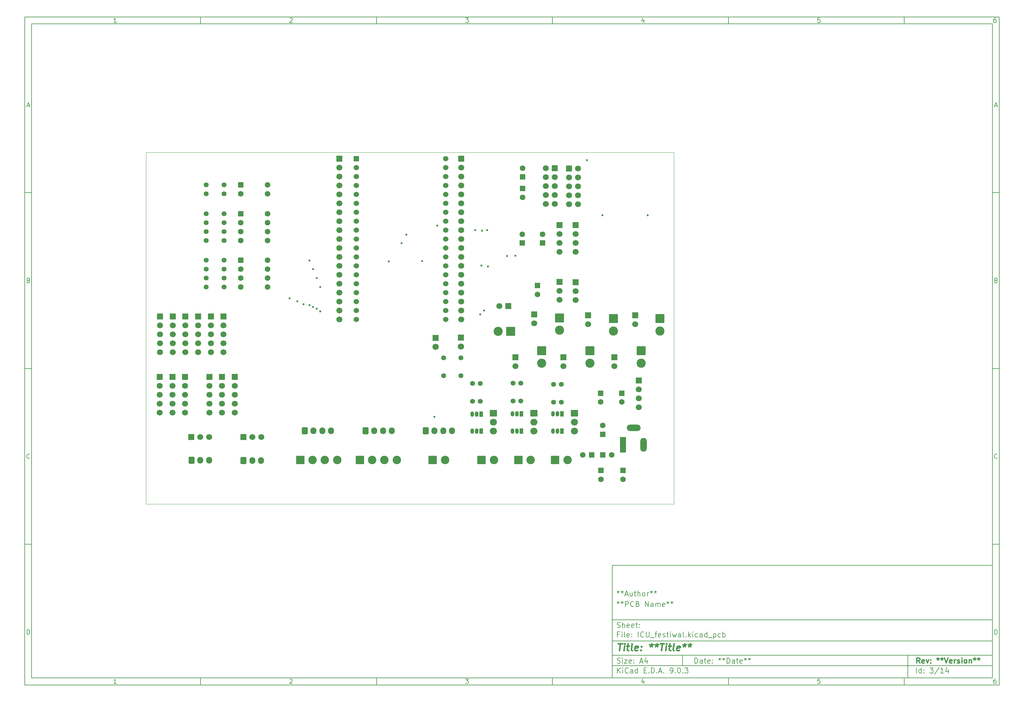
<source format=gbr>
%TF.GenerationSoftware,KiCad,Pcbnew,9.0.3*%
%TF.CreationDate,2025-07-30T07:22:55+02:00*%
%TF.ProjectId,ICU_festiwal,4943555f-6665-4737-9469-77616c2e6b69,\u002A\u002AVersion\u002A\u002A*%
%TF.SameCoordinates,Original*%
%TF.FileFunction,Copper,L3,Inr*%
%TF.FilePolarity,Positive*%
%FSLAX46Y46*%
G04 Gerber Fmt 4.6, Leading zero omitted, Abs format (unit mm)*
G04 Created by KiCad (PCBNEW 9.0.3) date 2025-07-30 07:22:55*
%MOMM*%
%LPD*%
G01*
G04 APERTURE LIST*
G04 Aperture macros list*
%AMRoundRect*
0 Rectangle with rounded corners*
0 $1 Rounding radius*
0 $2 $3 $4 $5 $6 $7 $8 $9 X,Y pos of 4 corners*
0 Add a 4 corners polygon primitive as box body*
4,1,4,$2,$3,$4,$5,$6,$7,$8,$9,$2,$3,0*
0 Add four circle primitives for the rounded corners*
1,1,$1+$1,$2,$3*
1,1,$1+$1,$4,$5*
1,1,$1+$1,$6,$7*
1,1,$1+$1,$8,$9*
0 Add four rect primitives between the rounded corners*
20,1,$1+$1,$2,$3,$4,$5,0*
20,1,$1+$1,$4,$5,$6,$7,0*
20,1,$1+$1,$6,$7,$8,$9,0*
20,1,$1+$1,$8,$9,$2,$3,0*%
G04 Aperture macros list end*
%ADD10C,0.100000*%
%ADD11C,0.150000*%
%ADD12C,0.300000*%
%ADD13C,0.400000*%
%TA.AperFunction,ComponentPad*%
%ADD14RoundRect,0.250000X0.550000X0.550000X-0.550000X0.550000X-0.550000X-0.550000X0.550000X-0.550000X0*%
%TD*%
%TA.AperFunction,ComponentPad*%
%ADD15C,1.600000*%
%TD*%
%TA.AperFunction,ComponentPad*%
%ADD16RoundRect,0.250000X-0.550000X-0.550000X0.550000X-0.550000X0.550000X0.550000X-0.550000X0.550000X0*%
%TD*%
%TA.AperFunction,ComponentPad*%
%ADD17RoundRect,0.250000X0.550000X-0.550000X0.550000X0.550000X-0.550000X0.550000X-0.550000X-0.550000X0*%
%TD*%
%TA.AperFunction,ComponentPad*%
%ADD18R,1.700000X1.700000*%
%TD*%
%TA.AperFunction,ComponentPad*%
%ADD19C,1.700000*%
%TD*%
%TA.AperFunction,ComponentPad*%
%ADD20RoundRect,0.250000X1.050000X1.050000X-1.050000X1.050000X-1.050000X-1.050000X1.050000X-1.050000X0*%
%TD*%
%TA.AperFunction,ComponentPad*%
%ADD21C,2.600000*%
%TD*%
%TA.AperFunction,ComponentPad*%
%ADD22RoundRect,0.250000X-1.050000X1.050000X-1.050000X-1.050000X1.050000X-1.050000X1.050000X1.050000X0*%
%TD*%
%TA.AperFunction,ComponentPad*%
%ADD23RoundRect,0.250000X-0.550000X0.550000X-0.550000X-0.550000X0.550000X-0.550000X0.550000X0.550000X0*%
%TD*%
%TA.AperFunction,ComponentPad*%
%ADD24O,1.050000X1.500000*%
%TD*%
%TA.AperFunction,ComponentPad*%
%ADD25R,1.050000X1.500000*%
%TD*%
%TA.AperFunction,ComponentPad*%
%ADD26C,2.400000*%
%TD*%
%TA.AperFunction,ComponentPad*%
%ADD27RoundRect,0.250001X-0.949999X-0.949999X0.949999X-0.949999X0.949999X0.949999X-0.949999X0.949999X0*%
%TD*%
%TA.AperFunction,ComponentPad*%
%ADD28O,1.700000X1.950000*%
%TD*%
%TA.AperFunction,ComponentPad*%
%ADD29RoundRect,0.250000X-0.600000X-0.725000X0.600000X-0.725000X0.600000X0.725000X-0.600000X0.725000X0*%
%TD*%
%TA.AperFunction,ComponentPad*%
%ADD30O,2.000000X1.905000*%
%TD*%
%TA.AperFunction,ComponentPad*%
%ADD31R,2.000000X1.905000*%
%TD*%
%TA.AperFunction,ComponentPad*%
%ADD32R,1.530000X1.530000*%
%TD*%
%TA.AperFunction,ComponentPad*%
%ADD33C,1.530000*%
%TD*%
%TA.AperFunction,ComponentPad*%
%ADD34O,4.000000X1.800000*%
%TD*%
%TA.AperFunction,ComponentPad*%
%ADD35O,1.800000X4.000000*%
%TD*%
%TA.AperFunction,ComponentPad*%
%ADD36R,1.800000X4.400000*%
%TD*%
%TA.AperFunction,ComponentPad*%
%ADD37C,1.400000*%
%TD*%
%TA.AperFunction,ComponentPad*%
%ADD38R,1.800000X1.800000*%
%TD*%
%TA.AperFunction,ComponentPad*%
%ADD39C,1.800000*%
%TD*%
%TA.AperFunction,ViaPad*%
%ADD40C,0.600000*%
%TD*%
%TA.AperFunction,Profile*%
%ADD41C,0.050000*%
%TD*%
G04 APERTURE END LIST*
D10*
D11*
X177002200Y-166007200D02*
X285002200Y-166007200D01*
X285002200Y-198007200D01*
X177002200Y-198007200D01*
X177002200Y-166007200D01*
D10*
D11*
X10000000Y-10000000D02*
X287002200Y-10000000D01*
X287002200Y-200007200D01*
X10000000Y-200007200D01*
X10000000Y-10000000D01*
D10*
D11*
X12000000Y-12000000D02*
X285002200Y-12000000D01*
X285002200Y-198007200D01*
X12000000Y-198007200D01*
X12000000Y-12000000D01*
D10*
D11*
X60000000Y-12000000D02*
X60000000Y-10000000D01*
D10*
D11*
X110000000Y-12000000D02*
X110000000Y-10000000D01*
D10*
D11*
X160000000Y-12000000D02*
X160000000Y-10000000D01*
D10*
D11*
X210000000Y-12000000D02*
X210000000Y-10000000D01*
D10*
D11*
X260000000Y-12000000D02*
X260000000Y-10000000D01*
D10*
D11*
X36089160Y-11593604D02*
X35346303Y-11593604D01*
X35717731Y-11593604D02*
X35717731Y-10293604D01*
X35717731Y-10293604D02*
X35593922Y-10479319D01*
X35593922Y-10479319D02*
X35470112Y-10603128D01*
X35470112Y-10603128D02*
X35346303Y-10665033D01*
D10*
D11*
X85346303Y-10417414D02*
X85408207Y-10355509D01*
X85408207Y-10355509D02*
X85532017Y-10293604D01*
X85532017Y-10293604D02*
X85841541Y-10293604D01*
X85841541Y-10293604D02*
X85965350Y-10355509D01*
X85965350Y-10355509D02*
X86027255Y-10417414D01*
X86027255Y-10417414D02*
X86089160Y-10541223D01*
X86089160Y-10541223D02*
X86089160Y-10665033D01*
X86089160Y-10665033D02*
X86027255Y-10850747D01*
X86027255Y-10850747D02*
X85284398Y-11593604D01*
X85284398Y-11593604D02*
X86089160Y-11593604D01*
D10*
D11*
X135284398Y-10293604D02*
X136089160Y-10293604D01*
X136089160Y-10293604D02*
X135655826Y-10788842D01*
X135655826Y-10788842D02*
X135841541Y-10788842D01*
X135841541Y-10788842D02*
X135965350Y-10850747D01*
X135965350Y-10850747D02*
X136027255Y-10912652D01*
X136027255Y-10912652D02*
X136089160Y-11036461D01*
X136089160Y-11036461D02*
X136089160Y-11345985D01*
X136089160Y-11345985D02*
X136027255Y-11469795D01*
X136027255Y-11469795D02*
X135965350Y-11531700D01*
X135965350Y-11531700D02*
X135841541Y-11593604D01*
X135841541Y-11593604D02*
X135470112Y-11593604D01*
X135470112Y-11593604D02*
X135346303Y-11531700D01*
X135346303Y-11531700D02*
X135284398Y-11469795D01*
D10*
D11*
X185965350Y-10726938D02*
X185965350Y-11593604D01*
X185655826Y-10231700D02*
X185346303Y-11160271D01*
X185346303Y-11160271D02*
X186151064Y-11160271D01*
D10*
D11*
X236027255Y-10293604D02*
X235408207Y-10293604D01*
X235408207Y-10293604D02*
X235346303Y-10912652D01*
X235346303Y-10912652D02*
X235408207Y-10850747D01*
X235408207Y-10850747D02*
X235532017Y-10788842D01*
X235532017Y-10788842D02*
X235841541Y-10788842D01*
X235841541Y-10788842D02*
X235965350Y-10850747D01*
X235965350Y-10850747D02*
X236027255Y-10912652D01*
X236027255Y-10912652D02*
X236089160Y-11036461D01*
X236089160Y-11036461D02*
X236089160Y-11345985D01*
X236089160Y-11345985D02*
X236027255Y-11469795D01*
X236027255Y-11469795D02*
X235965350Y-11531700D01*
X235965350Y-11531700D02*
X235841541Y-11593604D01*
X235841541Y-11593604D02*
X235532017Y-11593604D01*
X235532017Y-11593604D02*
X235408207Y-11531700D01*
X235408207Y-11531700D02*
X235346303Y-11469795D01*
D10*
D11*
X285965350Y-10293604D02*
X285717731Y-10293604D01*
X285717731Y-10293604D02*
X285593922Y-10355509D01*
X285593922Y-10355509D02*
X285532017Y-10417414D01*
X285532017Y-10417414D02*
X285408207Y-10603128D01*
X285408207Y-10603128D02*
X285346303Y-10850747D01*
X285346303Y-10850747D02*
X285346303Y-11345985D01*
X285346303Y-11345985D02*
X285408207Y-11469795D01*
X285408207Y-11469795D02*
X285470112Y-11531700D01*
X285470112Y-11531700D02*
X285593922Y-11593604D01*
X285593922Y-11593604D02*
X285841541Y-11593604D01*
X285841541Y-11593604D02*
X285965350Y-11531700D01*
X285965350Y-11531700D02*
X286027255Y-11469795D01*
X286027255Y-11469795D02*
X286089160Y-11345985D01*
X286089160Y-11345985D02*
X286089160Y-11036461D01*
X286089160Y-11036461D02*
X286027255Y-10912652D01*
X286027255Y-10912652D02*
X285965350Y-10850747D01*
X285965350Y-10850747D02*
X285841541Y-10788842D01*
X285841541Y-10788842D02*
X285593922Y-10788842D01*
X285593922Y-10788842D02*
X285470112Y-10850747D01*
X285470112Y-10850747D02*
X285408207Y-10912652D01*
X285408207Y-10912652D02*
X285346303Y-11036461D01*
D10*
D11*
X60000000Y-198007200D02*
X60000000Y-200007200D01*
D10*
D11*
X110000000Y-198007200D02*
X110000000Y-200007200D01*
D10*
D11*
X160000000Y-198007200D02*
X160000000Y-200007200D01*
D10*
D11*
X210000000Y-198007200D02*
X210000000Y-200007200D01*
D10*
D11*
X260000000Y-198007200D02*
X260000000Y-200007200D01*
D10*
D11*
X36089160Y-199600804D02*
X35346303Y-199600804D01*
X35717731Y-199600804D02*
X35717731Y-198300804D01*
X35717731Y-198300804D02*
X35593922Y-198486519D01*
X35593922Y-198486519D02*
X35470112Y-198610328D01*
X35470112Y-198610328D02*
X35346303Y-198672233D01*
D10*
D11*
X85346303Y-198424614D02*
X85408207Y-198362709D01*
X85408207Y-198362709D02*
X85532017Y-198300804D01*
X85532017Y-198300804D02*
X85841541Y-198300804D01*
X85841541Y-198300804D02*
X85965350Y-198362709D01*
X85965350Y-198362709D02*
X86027255Y-198424614D01*
X86027255Y-198424614D02*
X86089160Y-198548423D01*
X86089160Y-198548423D02*
X86089160Y-198672233D01*
X86089160Y-198672233D02*
X86027255Y-198857947D01*
X86027255Y-198857947D02*
X85284398Y-199600804D01*
X85284398Y-199600804D02*
X86089160Y-199600804D01*
D10*
D11*
X135284398Y-198300804D02*
X136089160Y-198300804D01*
X136089160Y-198300804D02*
X135655826Y-198796042D01*
X135655826Y-198796042D02*
X135841541Y-198796042D01*
X135841541Y-198796042D02*
X135965350Y-198857947D01*
X135965350Y-198857947D02*
X136027255Y-198919852D01*
X136027255Y-198919852D02*
X136089160Y-199043661D01*
X136089160Y-199043661D02*
X136089160Y-199353185D01*
X136089160Y-199353185D02*
X136027255Y-199476995D01*
X136027255Y-199476995D02*
X135965350Y-199538900D01*
X135965350Y-199538900D02*
X135841541Y-199600804D01*
X135841541Y-199600804D02*
X135470112Y-199600804D01*
X135470112Y-199600804D02*
X135346303Y-199538900D01*
X135346303Y-199538900D02*
X135284398Y-199476995D01*
D10*
D11*
X185965350Y-198734138D02*
X185965350Y-199600804D01*
X185655826Y-198238900D02*
X185346303Y-199167471D01*
X185346303Y-199167471D02*
X186151064Y-199167471D01*
D10*
D11*
X236027255Y-198300804D02*
X235408207Y-198300804D01*
X235408207Y-198300804D02*
X235346303Y-198919852D01*
X235346303Y-198919852D02*
X235408207Y-198857947D01*
X235408207Y-198857947D02*
X235532017Y-198796042D01*
X235532017Y-198796042D02*
X235841541Y-198796042D01*
X235841541Y-198796042D02*
X235965350Y-198857947D01*
X235965350Y-198857947D02*
X236027255Y-198919852D01*
X236027255Y-198919852D02*
X236089160Y-199043661D01*
X236089160Y-199043661D02*
X236089160Y-199353185D01*
X236089160Y-199353185D02*
X236027255Y-199476995D01*
X236027255Y-199476995D02*
X235965350Y-199538900D01*
X235965350Y-199538900D02*
X235841541Y-199600804D01*
X235841541Y-199600804D02*
X235532017Y-199600804D01*
X235532017Y-199600804D02*
X235408207Y-199538900D01*
X235408207Y-199538900D02*
X235346303Y-199476995D01*
D10*
D11*
X285965350Y-198300804D02*
X285717731Y-198300804D01*
X285717731Y-198300804D02*
X285593922Y-198362709D01*
X285593922Y-198362709D02*
X285532017Y-198424614D01*
X285532017Y-198424614D02*
X285408207Y-198610328D01*
X285408207Y-198610328D02*
X285346303Y-198857947D01*
X285346303Y-198857947D02*
X285346303Y-199353185D01*
X285346303Y-199353185D02*
X285408207Y-199476995D01*
X285408207Y-199476995D02*
X285470112Y-199538900D01*
X285470112Y-199538900D02*
X285593922Y-199600804D01*
X285593922Y-199600804D02*
X285841541Y-199600804D01*
X285841541Y-199600804D02*
X285965350Y-199538900D01*
X285965350Y-199538900D02*
X286027255Y-199476995D01*
X286027255Y-199476995D02*
X286089160Y-199353185D01*
X286089160Y-199353185D02*
X286089160Y-199043661D01*
X286089160Y-199043661D02*
X286027255Y-198919852D01*
X286027255Y-198919852D02*
X285965350Y-198857947D01*
X285965350Y-198857947D02*
X285841541Y-198796042D01*
X285841541Y-198796042D02*
X285593922Y-198796042D01*
X285593922Y-198796042D02*
X285470112Y-198857947D01*
X285470112Y-198857947D02*
X285408207Y-198919852D01*
X285408207Y-198919852D02*
X285346303Y-199043661D01*
D10*
D11*
X10000000Y-60000000D02*
X12000000Y-60000000D01*
D10*
D11*
X10000000Y-110000000D02*
X12000000Y-110000000D01*
D10*
D11*
X10000000Y-160000000D02*
X12000000Y-160000000D01*
D10*
D11*
X10690476Y-35222176D02*
X11309523Y-35222176D01*
X10566666Y-35593604D02*
X10999999Y-34293604D01*
X10999999Y-34293604D02*
X11433333Y-35593604D01*
D10*
D11*
X11092857Y-84912652D02*
X11278571Y-84974557D01*
X11278571Y-84974557D02*
X11340476Y-85036461D01*
X11340476Y-85036461D02*
X11402380Y-85160271D01*
X11402380Y-85160271D02*
X11402380Y-85345985D01*
X11402380Y-85345985D02*
X11340476Y-85469795D01*
X11340476Y-85469795D02*
X11278571Y-85531700D01*
X11278571Y-85531700D02*
X11154761Y-85593604D01*
X11154761Y-85593604D02*
X10659523Y-85593604D01*
X10659523Y-85593604D02*
X10659523Y-84293604D01*
X10659523Y-84293604D02*
X11092857Y-84293604D01*
X11092857Y-84293604D02*
X11216666Y-84355509D01*
X11216666Y-84355509D02*
X11278571Y-84417414D01*
X11278571Y-84417414D02*
X11340476Y-84541223D01*
X11340476Y-84541223D02*
X11340476Y-84665033D01*
X11340476Y-84665033D02*
X11278571Y-84788842D01*
X11278571Y-84788842D02*
X11216666Y-84850747D01*
X11216666Y-84850747D02*
X11092857Y-84912652D01*
X11092857Y-84912652D02*
X10659523Y-84912652D01*
D10*
D11*
X11402380Y-135469795D02*
X11340476Y-135531700D01*
X11340476Y-135531700D02*
X11154761Y-135593604D01*
X11154761Y-135593604D02*
X11030952Y-135593604D01*
X11030952Y-135593604D02*
X10845238Y-135531700D01*
X10845238Y-135531700D02*
X10721428Y-135407890D01*
X10721428Y-135407890D02*
X10659523Y-135284080D01*
X10659523Y-135284080D02*
X10597619Y-135036461D01*
X10597619Y-135036461D02*
X10597619Y-134850747D01*
X10597619Y-134850747D02*
X10659523Y-134603128D01*
X10659523Y-134603128D02*
X10721428Y-134479319D01*
X10721428Y-134479319D02*
X10845238Y-134355509D01*
X10845238Y-134355509D02*
X11030952Y-134293604D01*
X11030952Y-134293604D02*
X11154761Y-134293604D01*
X11154761Y-134293604D02*
X11340476Y-134355509D01*
X11340476Y-134355509D02*
X11402380Y-134417414D01*
D10*
D11*
X10659523Y-185593604D02*
X10659523Y-184293604D01*
X10659523Y-184293604D02*
X10969047Y-184293604D01*
X10969047Y-184293604D02*
X11154761Y-184355509D01*
X11154761Y-184355509D02*
X11278571Y-184479319D01*
X11278571Y-184479319D02*
X11340476Y-184603128D01*
X11340476Y-184603128D02*
X11402380Y-184850747D01*
X11402380Y-184850747D02*
X11402380Y-185036461D01*
X11402380Y-185036461D02*
X11340476Y-185284080D01*
X11340476Y-185284080D02*
X11278571Y-185407890D01*
X11278571Y-185407890D02*
X11154761Y-185531700D01*
X11154761Y-185531700D02*
X10969047Y-185593604D01*
X10969047Y-185593604D02*
X10659523Y-185593604D01*
D10*
D11*
X287002200Y-60000000D02*
X285002200Y-60000000D01*
D10*
D11*
X287002200Y-110000000D02*
X285002200Y-110000000D01*
D10*
D11*
X287002200Y-160000000D02*
X285002200Y-160000000D01*
D10*
D11*
X285692676Y-35222176D02*
X286311723Y-35222176D01*
X285568866Y-35593604D02*
X286002199Y-34293604D01*
X286002199Y-34293604D02*
X286435533Y-35593604D01*
D10*
D11*
X286095057Y-84912652D02*
X286280771Y-84974557D01*
X286280771Y-84974557D02*
X286342676Y-85036461D01*
X286342676Y-85036461D02*
X286404580Y-85160271D01*
X286404580Y-85160271D02*
X286404580Y-85345985D01*
X286404580Y-85345985D02*
X286342676Y-85469795D01*
X286342676Y-85469795D02*
X286280771Y-85531700D01*
X286280771Y-85531700D02*
X286156961Y-85593604D01*
X286156961Y-85593604D02*
X285661723Y-85593604D01*
X285661723Y-85593604D02*
X285661723Y-84293604D01*
X285661723Y-84293604D02*
X286095057Y-84293604D01*
X286095057Y-84293604D02*
X286218866Y-84355509D01*
X286218866Y-84355509D02*
X286280771Y-84417414D01*
X286280771Y-84417414D02*
X286342676Y-84541223D01*
X286342676Y-84541223D02*
X286342676Y-84665033D01*
X286342676Y-84665033D02*
X286280771Y-84788842D01*
X286280771Y-84788842D02*
X286218866Y-84850747D01*
X286218866Y-84850747D02*
X286095057Y-84912652D01*
X286095057Y-84912652D02*
X285661723Y-84912652D01*
D10*
D11*
X286404580Y-135469795D02*
X286342676Y-135531700D01*
X286342676Y-135531700D02*
X286156961Y-135593604D01*
X286156961Y-135593604D02*
X286033152Y-135593604D01*
X286033152Y-135593604D02*
X285847438Y-135531700D01*
X285847438Y-135531700D02*
X285723628Y-135407890D01*
X285723628Y-135407890D02*
X285661723Y-135284080D01*
X285661723Y-135284080D02*
X285599819Y-135036461D01*
X285599819Y-135036461D02*
X285599819Y-134850747D01*
X285599819Y-134850747D02*
X285661723Y-134603128D01*
X285661723Y-134603128D02*
X285723628Y-134479319D01*
X285723628Y-134479319D02*
X285847438Y-134355509D01*
X285847438Y-134355509D02*
X286033152Y-134293604D01*
X286033152Y-134293604D02*
X286156961Y-134293604D01*
X286156961Y-134293604D02*
X286342676Y-134355509D01*
X286342676Y-134355509D02*
X286404580Y-134417414D01*
D10*
D11*
X285661723Y-185593604D02*
X285661723Y-184293604D01*
X285661723Y-184293604D02*
X285971247Y-184293604D01*
X285971247Y-184293604D02*
X286156961Y-184355509D01*
X286156961Y-184355509D02*
X286280771Y-184479319D01*
X286280771Y-184479319D02*
X286342676Y-184603128D01*
X286342676Y-184603128D02*
X286404580Y-184850747D01*
X286404580Y-184850747D02*
X286404580Y-185036461D01*
X286404580Y-185036461D02*
X286342676Y-185284080D01*
X286342676Y-185284080D02*
X286280771Y-185407890D01*
X286280771Y-185407890D02*
X286156961Y-185531700D01*
X286156961Y-185531700D02*
X285971247Y-185593604D01*
X285971247Y-185593604D02*
X285661723Y-185593604D01*
D10*
D11*
X200458026Y-193793328D02*
X200458026Y-192293328D01*
X200458026Y-192293328D02*
X200815169Y-192293328D01*
X200815169Y-192293328D02*
X201029455Y-192364757D01*
X201029455Y-192364757D02*
X201172312Y-192507614D01*
X201172312Y-192507614D02*
X201243741Y-192650471D01*
X201243741Y-192650471D02*
X201315169Y-192936185D01*
X201315169Y-192936185D02*
X201315169Y-193150471D01*
X201315169Y-193150471D02*
X201243741Y-193436185D01*
X201243741Y-193436185D02*
X201172312Y-193579042D01*
X201172312Y-193579042D02*
X201029455Y-193721900D01*
X201029455Y-193721900D02*
X200815169Y-193793328D01*
X200815169Y-193793328D02*
X200458026Y-193793328D01*
X202600884Y-193793328D02*
X202600884Y-193007614D01*
X202600884Y-193007614D02*
X202529455Y-192864757D01*
X202529455Y-192864757D02*
X202386598Y-192793328D01*
X202386598Y-192793328D02*
X202100884Y-192793328D01*
X202100884Y-192793328D02*
X201958026Y-192864757D01*
X202600884Y-193721900D02*
X202458026Y-193793328D01*
X202458026Y-193793328D02*
X202100884Y-193793328D01*
X202100884Y-193793328D02*
X201958026Y-193721900D01*
X201958026Y-193721900D02*
X201886598Y-193579042D01*
X201886598Y-193579042D02*
X201886598Y-193436185D01*
X201886598Y-193436185D02*
X201958026Y-193293328D01*
X201958026Y-193293328D02*
X202100884Y-193221900D01*
X202100884Y-193221900D02*
X202458026Y-193221900D01*
X202458026Y-193221900D02*
X202600884Y-193150471D01*
X203100884Y-192793328D02*
X203672312Y-192793328D01*
X203315169Y-192293328D02*
X203315169Y-193579042D01*
X203315169Y-193579042D02*
X203386598Y-193721900D01*
X203386598Y-193721900D02*
X203529455Y-193793328D01*
X203529455Y-193793328D02*
X203672312Y-193793328D01*
X204743741Y-193721900D02*
X204600884Y-193793328D01*
X204600884Y-193793328D02*
X204315170Y-193793328D01*
X204315170Y-193793328D02*
X204172312Y-193721900D01*
X204172312Y-193721900D02*
X204100884Y-193579042D01*
X204100884Y-193579042D02*
X204100884Y-193007614D01*
X204100884Y-193007614D02*
X204172312Y-192864757D01*
X204172312Y-192864757D02*
X204315170Y-192793328D01*
X204315170Y-192793328D02*
X204600884Y-192793328D01*
X204600884Y-192793328D02*
X204743741Y-192864757D01*
X204743741Y-192864757D02*
X204815170Y-193007614D01*
X204815170Y-193007614D02*
X204815170Y-193150471D01*
X204815170Y-193150471D02*
X204100884Y-193293328D01*
X205458026Y-193650471D02*
X205529455Y-193721900D01*
X205529455Y-193721900D02*
X205458026Y-193793328D01*
X205458026Y-193793328D02*
X205386598Y-193721900D01*
X205386598Y-193721900D02*
X205458026Y-193650471D01*
X205458026Y-193650471D02*
X205458026Y-193793328D01*
X205458026Y-192864757D02*
X205529455Y-192936185D01*
X205529455Y-192936185D02*
X205458026Y-193007614D01*
X205458026Y-193007614D02*
X205386598Y-192936185D01*
X205386598Y-192936185D02*
X205458026Y-192864757D01*
X205458026Y-192864757D02*
X205458026Y-193007614D01*
X207529455Y-192293328D02*
X207529455Y-192650471D01*
X207172312Y-192507614D02*
X207529455Y-192650471D01*
X207529455Y-192650471D02*
X207886598Y-192507614D01*
X207315169Y-192936185D02*
X207529455Y-192650471D01*
X207529455Y-192650471D02*
X207743741Y-192936185D01*
X208672312Y-192293328D02*
X208672312Y-192650471D01*
X208315169Y-192507614D02*
X208672312Y-192650471D01*
X208672312Y-192650471D02*
X209029455Y-192507614D01*
X208458026Y-192936185D02*
X208672312Y-192650471D01*
X208672312Y-192650471D02*
X208886598Y-192936185D01*
X209600883Y-193793328D02*
X209600883Y-192293328D01*
X209600883Y-192293328D02*
X209958026Y-192293328D01*
X209958026Y-192293328D02*
X210172312Y-192364757D01*
X210172312Y-192364757D02*
X210315169Y-192507614D01*
X210315169Y-192507614D02*
X210386598Y-192650471D01*
X210386598Y-192650471D02*
X210458026Y-192936185D01*
X210458026Y-192936185D02*
X210458026Y-193150471D01*
X210458026Y-193150471D02*
X210386598Y-193436185D01*
X210386598Y-193436185D02*
X210315169Y-193579042D01*
X210315169Y-193579042D02*
X210172312Y-193721900D01*
X210172312Y-193721900D02*
X209958026Y-193793328D01*
X209958026Y-193793328D02*
X209600883Y-193793328D01*
X211743741Y-193793328D02*
X211743741Y-193007614D01*
X211743741Y-193007614D02*
X211672312Y-192864757D01*
X211672312Y-192864757D02*
X211529455Y-192793328D01*
X211529455Y-192793328D02*
X211243741Y-192793328D01*
X211243741Y-192793328D02*
X211100883Y-192864757D01*
X211743741Y-193721900D02*
X211600883Y-193793328D01*
X211600883Y-193793328D02*
X211243741Y-193793328D01*
X211243741Y-193793328D02*
X211100883Y-193721900D01*
X211100883Y-193721900D02*
X211029455Y-193579042D01*
X211029455Y-193579042D02*
X211029455Y-193436185D01*
X211029455Y-193436185D02*
X211100883Y-193293328D01*
X211100883Y-193293328D02*
X211243741Y-193221900D01*
X211243741Y-193221900D02*
X211600883Y-193221900D01*
X211600883Y-193221900D02*
X211743741Y-193150471D01*
X212243741Y-192793328D02*
X212815169Y-192793328D01*
X212458026Y-192293328D02*
X212458026Y-193579042D01*
X212458026Y-193579042D02*
X212529455Y-193721900D01*
X212529455Y-193721900D02*
X212672312Y-193793328D01*
X212672312Y-193793328D02*
X212815169Y-193793328D01*
X213886598Y-193721900D02*
X213743741Y-193793328D01*
X213743741Y-193793328D02*
X213458027Y-193793328D01*
X213458027Y-193793328D02*
X213315169Y-193721900D01*
X213315169Y-193721900D02*
X213243741Y-193579042D01*
X213243741Y-193579042D02*
X213243741Y-193007614D01*
X213243741Y-193007614D02*
X213315169Y-192864757D01*
X213315169Y-192864757D02*
X213458027Y-192793328D01*
X213458027Y-192793328D02*
X213743741Y-192793328D01*
X213743741Y-192793328D02*
X213886598Y-192864757D01*
X213886598Y-192864757D02*
X213958027Y-193007614D01*
X213958027Y-193007614D02*
X213958027Y-193150471D01*
X213958027Y-193150471D02*
X213243741Y-193293328D01*
X214815169Y-192293328D02*
X214815169Y-192650471D01*
X214458026Y-192507614D02*
X214815169Y-192650471D01*
X214815169Y-192650471D02*
X215172312Y-192507614D01*
X214600883Y-192936185D02*
X214815169Y-192650471D01*
X214815169Y-192650471D02*
X215029455Y-192936185D01*
X215958026Y-192293328D02*
X215958026Y-192650471D01*
X215600883Y-192507614D02*
X215958026Y-192650471D01*
X215958026Y-192650471D02*
X216315169Y-192507614D01*
X215743740Y-192936185D02*
X215958026Y-192650471D01*
X215958026Y-192650471D02*
X216172312Y-192936185D01*
D10*
D11*
X177002200Y-194507200D02*
X285002200Y-194507200D01*
D10*
D11*
X178458026Y-196593328D02*
X178458026Y-195093328D01*
X179315169Y-196593328D02*
X178672312Y-195736185D01*
X179315169Y-195093328D02*
X178458026Y-195950471D01*
X179958026Y-196593328D02*
X179958026Y-195593328D01*
X179958026Y-195093328D02*
X179886598Y-195164757D01*
X179886598Y-195164757D02*
X179958026Y-195236185D01*
X179958026Y-195236185D02*
X180029455Y-195164757D01*
X180029455Y-195164757D02*
X179958026Y-195093328D01*
X179958026Y-195093328D02*
X179958026Y-195236185D01*
X181529455Y-196450471D02*
X181458027Y-196521900D01*
X181458027Y-196521900D02*
X181243741Y-196593328D01*
X181243741Y-196593328D02*
X181100884Y-196593328D01*
X181100884Y-196593328D02*
X180886598Y-196521900D01*
X180886598Y-196521900D02*
X180743741Y-196379042D01*
X180743741Y-196379042D02*
X180672312Y-196236185D01*
X180672312Y-196236185D02*
X180600884Y-195950471D01*
X180600884Y-195950471D02*
X180600884Y-195736185D01*
X180600884Y-195736185D02*
X180672312Y-195450471D01*
X180672312Y-195450471D02*
X180743741Y-195307614D01*
X180743741Y-195307614D02*
X180886598Y-195164757D01*
X180886598Y-195164757D02*
X181100884Y-195093328D01*
X181100884Y-195093328D02*
X181243741Y-195093328D01*
X181243741Y-195093328D02*
X181458027Y-195164757D01*
X181458027Y-195164757D02*
X181529455Y-195236185D01*
X182815170Y-196593328D02*
X182815170Y-195807614D01*
X182815170Y-195807614D02*
X182743741Y-195664757D01*
X182743741Y-195664757D02*
X182600884Y-195593328D01*
X182600884Y-195593328D02*
X182315170Y-195593328D01*
X182315170Y-195593328D02*
X182172312Y-195664757D01*
X182815170Y-196521900D02*
X182672312Y-196593328D01*
X182672312Y-196593328D02*
X182315170Y-196593328D01*
X182315170Y-196593328D02*
X182172312Y-196521900D01*
X182172312Y-196521900D02*
X182100884Y-196379042D01*
X182100884Y-196379042D02*
X182100884Y-196236185D01*
X182100884Y-196236185D02*
X182172312Y-196093328D01*
X182172312Y-196093328D02*
X182315170Y-196021900D01*
X182315170Y-196021900D02*
X182672312Y-196021900D01*
X182672312Y-196021900D02*
X182815170Y-195950471D01*
X184172313Y-196593328D02*
X184172313Y-195093328D01*
X184172313Y-196521900D02*
X184029455Y-196593328D01*
X184029455Y-196593328D02*
X183743741Y-196593328D01*
X183743741Y-196593328D02*
X183600884Y-196521900D01*
X183600884Y-196521900D02*
X183529455Y-196450471D01*
X183529455Y-196450471D02*
X183458027Y-196307614D01*
X183458027Y-196307614D02*
X183458027Y-195879042D01*
X183458027Y-195879042D02*
X183529455Y-195736185D01*
X183529455Y-195736185D02*
X183600884Y-195664757D01*
X183600884Y-195664757D02*
X183743741Y-195593328D01*
X183743741Y-195593328D02*
X184029455Y-195593328D01*
X184029455Y-195593328D02*
X184172313Y-195664757D01*
X186029455Y-195807614D02*
X186529455Y-195807614D01*
X186743741Y-196593328D02*
X186029455Y-196593328D01*
X186029455Y-196593328D02*
X186029455Y-195093328D01*
X186029455Y-195093328D02*
X186743741Y-195093328D01*
X187386598Y-196450471D02*
X187458027Y-196521900D01*
X187458027Y-196521900D02*
X187386598Y-196593328D01*
X187386598Y-196593328D02*
X187315170Y-196521900D01*
X187315170Y-196521900D02*
X187386598Y-196450471D01*
X187386598Y-196450471D02*
X187386598Y-196593328D01*
X188100884Y-196593328D02*
X188100884Y-195093328D01*
X188100884Y-195093328D02*
X188458027Y-195093328D01*
X188458027Y-195093328D02*
X188672313Y-195164757D01*
X188672313Y-195164757D02*
X188815170Y-195307614D01*
X188815170Y-195307614D02*
X188886599Y-195450471D01*
X188886599Y-195450471D02*
X188958027Y-195736185D01*
X188958027Y-195736185D02*
X188958027Y-195950471D01*
X188958027Y-195950471D02*
X188886599Y-196236185D01*
X188886599Y-196236185D02*
X188815170Y-196379042D01*
X188815170Y-196379042D02*
X188672313Y-196521900D01*
X188672313Y-196521900D02*
X188458027Y-196593328D01*
X188458027Y-196593328D02*
X188100884Y-196593328D01*
X189600884Y-196450471D02*
X189672313Y-196521900D01*
X189672313Y-196521900D02*
X189600884Y-196593328D01*
X189600884Y-196593328D02*
X189529456Y-196521900D01*
X189529456Y-196521900D02*
X189600884Y-196450471D01*
X189600884Y-196450471D02*
X189600884Y-196593328D01*
X190243742Y-196164757D02*
X190958028Y-196164757D01*
X190100885Y-196593328D02*
X190600885Y-195093328D01*
X190600885Y-195093328D02*
X191100885Y-196593328D01*
X191600884Y-196450471D02*
X191672313Y-196521900D01*
X191672313Y-196521900D02*
X191600884Y-196593328D01*
X191600884Y-196593328D02*
X191529456Y-196521900D01*
X191529456Y-196521900D02*
X191600884Y-196450471D01*
X191600884Y-196450471D02*
X191600884Y-196593328D01*
X193529456Y-196593328D02*
X193815170Y-196593328D01*
X193815170Y-196593328D02*
X193958027Y-196521900D01*
X193958027Y-196521900D02*
X194029456Y-196450471D01*
X194029456Y-196450471D02*
X194172313Y-196236185D01*
X194172313Y-196236185D02*
X194243742Y-195950471D01*
X194243742Y-195950471D02*
X194243742Y-195379042D01*
X194243742Y-195379042D02*
X194172313Y-195236185D01*
X194172313Y-195236185D02*
X194100885Y-195164757D01*
X194100885Y-195164757D02*
X193958027Y-195093328D01*
X193958027Y-195093328D02*
X193672313Y-195093328D01*
X193672313Y-195093328D02*
X193529456Y-195164757D01*
X193529456Y-195164757D02*
X193458027Y-195236185D01*
X193458027Y-195236185D02*
X193386599Y-195379042D01*
X193386599Y-195379042D02*
X193386599Y-195736185D01*
X193386599Y-195736185D02*
X193458027Y-195879042D01*
X193458027Y-195879042D02*
X193529456Y-195950471D01*
X193529456Y-195950471D02*
X193672313Y-196021900D01*
X193672313Y-196021900D02*
X193958027Y-196021900D01*
X193958027Y-196021900D02*
X194100885Y-195950471D01*
X194100885Y-195950471D02*
X194172313Y-195879042D01*
X194172313Y-195879042D02*
X194243742Y-195736185D01*
X194886598Y-196450471D02*
X194958027Y-196521900D01*
X194958027Y-196521900D02*
X194886598Y-196593328D01*
X194886598Y-196593328D02*
X194815170Y-196521900D01*
X194815170Y-196521900D02*
X194886598Y-196450471D01*
X194886598Y-196450471D02*
X194886598Y-196593328D01*
X195886599Y-195093328D02*
X196029456Y-195093328D01*
X196029456Y-195093328D02*
X196172313Y-195164757D01*
X196172313Y-195164757D02*
X196243742Y-195236185D01*
X196243742Y-195236185D02*
X196315170Y-195379042D01*
X196315170Y-195379042D02*
X196386599Y-195664757D01*
X196386599Y-195664757D02*
X196386599Y-196021900D01*
X196386599Y-196021900D02*
X196315170Y-196307614D01*
X196315170Y-196307614D02*
X196243742Y-196450471D01*
X196243742Y-196450471D02*
X196172313Y-196521900D01*
X196172313Y-196521900D02*
X196029456Y-196593328D01*
X196029456Y-196593328D02*
X195886599Y-196593328D01*
X195886599Y-196593328D02*
X195743742Y-196521900D01*
X195743742Y-196521900D02*
X195672313Y-196450471D01*
X195672313Y-196450471D02*
X195600884Y-196307614D01*
X195600884Y-196307614D02*
X195529456Y-196021900D01*
X195529456Y-196021900D02*
X195529456Y-195664757D01*
X195529456Y-195664757D02*
X195600884Y-195379042D01*
X195600884Y-195379042D02*
X195672313Y-195236185D01*
X195672313Y-195236185D02*
X195743742Y-195164757D01*
X195743742Y-195164757D02*
X195886599Y-195093328D01*
X197029455Y-196450471D02*
X197100884Y-196521900D01*
X197100884Y-196521900D02*
X197029455Y-196593328D01*
X197029455Y-196593328D02*
X196958027Y-196521900D01*
X196958027Y-196521900D02*
X197029455Y-196450471D01*
X197029455Y-196450471D02*
X197029455Y-196593328D01*
X197600884Y-195093328D02*
X198529456Y-195093328D01*
X198529456Y-195093328D02*
X198029456Y-195664757D01*
X198029456Y-195664757D02*
X198243741Y-195664757D01*
X198243741Y-195664757D02*
X198386599Y-195736185D01*
X198386599Y-195736185D02*
X198458027Y-195807614D01*
X198458027Y-195807614D02*
X198529456Y-195950471D01*
X198529456Y-195950471D02*
X198529456Y-196307614D01*
X198529456Y-196307614D02*
X198458027Y-196450471D01*
X198458027Y-196450471D02*
X198386599Y-196521900D01*
X198386599Y-196521900D02*
X198243741Y-196593328D01*
X198243741Y-196593328D02*
X197815170Y-196593328D01*
X197815170Y-196593328D02*
X197672313Y-196521900D01*
X197672313Y-196521900D02*
X197600884Y-196450471D01*
D10*
D11*
X177002200Y-191507200D02*
X285002200Y-191507200D01*
D10*
D12*
X264413853Y-193785528D02*
X263913853Y-193071242D01*
X263556710Y-193785528D02*
X263556710Y-192285528D01*
X263556710Y-192285528D02*
X264128139Y-192285528D01*
X264128139Y-192285528D02*
X264270996Y-192356957D01*
X264270996Y-192356957D02*
X264342425Y-192428385D01*
X264342425Y-192428385D02*
X264413853Y-192571242D01*
X264413853Y-192571242D02*
X264413853Y-192785528D01*
X264413853Y-192785528D02*
X264342425Y-192928385D01*
X264342425Y-192928385D02*
X264270996Y-192999814D01*
X264270996Y-192999814D02*
X264128139Y-193071242D01*
X264128139Y-193071242D02*
X263556710Y-193071242D01*
X265628139Y-193714100D02*
X265485282Y-193785528D01*
X265485282Y-193785528D02*
X265199568Y-193785528D01*
X265199568Y-193785528D02*
X265056710Y-193714100D01*
X265056710Y-193714100D02*
X264985282Y-193571242D01*
X264985282Y-193571242D02*
X264985282Y-192999814D01*
X264985282Y-192999814D02*
X265056710Y-192856957D01*
X265056710Y-192856957D02*
X265199568Y-192785528D01*
X265199568Y-192785528D02*
X265485282Y-192785528D01*
X265485282Y-192785528D02*
X265628139Y-192856957D01*
X265628139Y-192856957D02*
X265699568Y-192999814D01*
X265699568Y-192999814D02*
X265699568Y-193142671D01*
X265699568Y-193142671D02*
X264985282Y-193285528D01*
X266199567Y-192785528D02*
X266556710Y-193785528D01*
X266556710Y-193785528D02*
X266913853Y-192785528D01*
X267485281Y-193642671D02*
X267556710Y-193714100D01*
X267556710Y-193714100D02*
X267485281Y-193785528D01*
X267485281Y-193785528D02*
X267413853Y-193714100D01*
X267413853Y-193714100D02*
X267485281Y-193642671D01*
X267485281Y-193642671D02*
X267485281Y-193785528D01*
X267485281Y-192856957D02*
X267556710Y-192928385D01*
X267556710Y-192928385D02*
X267485281Y-192999814D01*
X267485281Y-192999814D02*
X267413853Y-192928385D01*
X267413853Y-192928385D02*
X267485281Y-192856957D01*
X267485281Y-192856957D02*
X267485281Y-192999814D01*
X269556710Y-192285528D02*
X269556710Y-192642671D01*
X269199567Y-192499814D02*
X269556710Y-192642671D01*
X269556710Y-192642671D02*
X269913853Y-192499814D01*
X269342424Y-192928385D02*
X269556710Y-192642671D01*
X269556710Y-192642671D02*
X269770996Y-192928385D01*
X270699567Y-192285528D02*
X270699567Y-192642671D01*
X270342424Y-192499814D02*
X270699567Y-192642671D01*
X270699567Y-192642671D02*
X271056710Y-192499814D01*
X270485281Y-192928385D02*
X270699567Y-192642671D01*
X270699567Y-192642671D02*
X270913853Y-192928385D01*
X271413853Y-192285528D02*
X271913853Y-193785528D01*
X271913853Y-193785528D02*
X272413853Y-192285528D01*
X273485281Y-193714100D02*
X273342424Y-193785528D01*
X273342424Y-193785528D02*
X273056710Y-193785528D01*
X273056710Y-193785528D02*
X272913852Y-193714100D01*
X272913852Y-193714100D02*
X272842424Y-193571242D01*
X272842424Y-193571242D02*
X272842424Y-192999814D01*
X272842424Y-192999814D02*
X272913852Y-192856957D01*
X272913852Y-192856957D02*
X273056710Y-192785528D01*
X273056710Y-192785528D02*
X273342424Y-192785528D01*
X273342424Y-192785528D02*
X273485281Y-192856957D01*
X273485281Y-192856957D02*
X273556710Y-192999814D01*
X273556710Y-192999814D02*
X273556710Y-193142671D01*
X273556710Y-193142671D02*
X272842424Y-193285528D01*
X274199566Y-193785528D02*
X274199566Y-192785528D01*
X274199566Y-193071242D02*
X274270995Y-192928385D01*
X274270995Y-192928385D02*
X274342424Y-192856957D01*
X274342424Y-192856957D02*
X274485281Y-192785528D01*
X274485281Y-192785528D02*
X274628138Y-192785528D01*
X275056709Y-193714100D02*
X275199566Y-193785528D01*
X275199566Y-193785528D02*
X275485280Y-193785528D01*
X275485280Y-193785528D02*
X275628137Y-193714100D01*
X275628137Y-193714100D02*
X275699566Y-193571242D01*
X275699566Y-193571242D02*
X275699566Y-193499814D01*
X275699566Y-193499814D02*
X275628137Y-193356957D01*
X275628137Y-193356957D02*
X275485280Y-193285528D01*
X275485280Y-193285528D02*
X275270995Y-193285528D01*
X275270995Y-193285528D02*
X275128137Y-193214100D01*
X275128137Y-193214100D02*
X275056709Y-193071242D01*
X275056709Y-193071242D02*
X275056709Y-192999814D01*
X275056709Y-192999814D02*
X275128137Y-192856957D01*
X275128137Y-192856957D02*
X275270995Y-192785528D01*
X275270995Y-192785528D02*
X275485280Y-192785528D01*
X275485280Y-192785528D02*
X275628137Y-192856957D01*
X276342423Y-193785528D02*
X276342423Y-192785528D01*
X276342423Y-192285528D02*
X276270995Y-192356957D01*
X276270995Y-192356957D02*
X276342423Y-192428385D01*
X276342423Y-192428385D02*
X276413852Y-192356957D01*
X276413852Y-192356957D02*
X276342423Y-192285528D01*
X276342423Y-192285528D02*
X276342423Y-192428385D01*
X277270995Y-193785528D02*
X277128138Y-193714100D01*
X277128138Y-193714100D02*
X277056709Y-193642671D01*
X277056709Y-193642671D02*
X276985281Y-193499814D01*
X276985281Y-193499814D02*
X276985281Y-193071242D01*
X276985281Y-193071242D02*
X277056709Y-192928385D01*
X277056709Y-192928385D02*
X277128138Y-192856957D01*
X277128138Y-192856957D02*
X277270995Y-192785528D01*
X277270995Y-192785528D02*
X277485281Y-192785528D01*
X277485281Y-192785528D02*
X277628138Y-192856957D01*
X277628138Y-192856957D02*
X277699567Y-192928385D01*
X277699567Y-192928385D02*
X277770995Y-193071242D01*
X277770995Y-193071242D02*
X277770995Y-193499814D01*
X277770995Y-193499814D02*
X277699567Y-193642671D01*
X277699567Y-193642671D02*
X277628138Y-193714100D01*
X277628138Y-193714100D02*
X277485281Y-193785528D01*
X277485281Y-193785528D02*
X277270995Y-193785528D01*
X278413852Y-192785528D02*
X278413852Y-193785528D01*
X278413852Y-192928385D02*
X278485281Y-192856957D01*
X278485281Y-192856957D02*
X278628138Y-192785528D01*
X278628138Y-192785528D02*
X278842424Y-192785528D01*
X278842424Y-192785528D02*
X278985281Y-192856957D01*
X278985281Y-192856957D02*
X279056710Y-192999814D01*
X279056710Y-192999814D02*
X279056710Y-193785528D01*
X279985281Y-192285528D02*
X279985281Y-192642671D01*
X279628138Y-192499814D02*
X279985281Y-192642671D01*
X279985281Y-192642671D02*
X280342424Y-192499814D01*
X279770995Y-192928385D02*
X279985281Y-192642671D01*
X279985281Y-192642671D02*
X280199567Y-192928385D01*
X281128138Y-192285528D02*
X281128138Y-192642671D01*
X280770995Y-192499814D02*
X281128138Y-192642671D01*
X281128138Y-192642671D02*
X281485281Y-192499814D01*
X280913852Y-192928385D02*
X281128138Y-192642671D01*
X281128138Y-192642671D02*
X281342424Y-192928385D01*
D10*
D11*
X178386598Y-193721900D02*
X178600884Y-193793328D01*
X178600884Y-193793328D02*
X178958026Y-193793328D01*
X178958026Y-193793328D02*
X179100884Y-193721900D01*
X179100884Y-193721900D02*
X179172312Y-193650471D01*
X179172312Y-193650471D02*
X179243741Y-193507614D01*
X179243741Y-193507614D02*
X179243741Y-193364757D01*
X179243741Y-193364757D02*
X179172312Y-193221900D01*
X179172312Y-193221900D02*
X179100884Y-193150471D01*
X179100884Y-193150471D02*
X178958026Y-193079042D01*
X178958026Y-193079042D02*
X178672312Y-193007614D01*
X178672312Y-193007614D02*
X178529455Y-192936185D01*
X178529455Y-192936185D02*
X178458026Y-192864757D01*
X178458026Y-192864757D02*
X178386598Y-192721900D01*
X178386598Y-192721900D02*
X178386598Y-192579042D01*
X178386598Y-192579042D02*
X178458026Y-192436185D01*
X178458026Y-192436185D02*
X178529455Y-192364757D01*
X178529455Y-192364757D02*
X178672312Y-192293328D01*
X178672312Y-192293328D02*
X179029455Y-192293328D01*
X179029455Y-192293328D02*
X179243741Y-192364757D01*
X179886597Y-193793328D02*
X179886597Y-192793328D01*
X179886597Y-192293328D02*
X179815169Y-192364757D01*
X179815169Y-192364757D02*
X179886597Y-192436185D01*
X179886597Y-192436185D02*
X179958026Y-192364757D01*
X179958026Y-192364757D02*
X179886597Y-192293328D01*
X179886597Y-192293328D02*
X179886597Y-192436185D01*
X180458026Y-192793328D02*
X181243741Y-192793328D01*
X181243741Y-192793328D02*
X180458026Y-193793328D01*
X180458026Y-193793328D02*
X181243741Y-193793328D01*
X182386598Y-193721900D02*
X182243741Y-193793328D01*
X182243741Y-193793328D02*
X181958027Y-193793328D01*
X181958027Y-193793328D02*
X181815169Y-193721900D01*
X181815169Y-193721900D02*
X181743741Y-193579042D01*
X181743741Y-193579042D02*
X181743741Y-193007614D01*
X181743741Y-193007614D02*
X181815169Y-192864757D01*
X181815169Y-192864757D02*
X181958027Y-192793328D01*
X181958027Y-192793328D02*
X182243741Y-192793328D01*
X182243741Y-192793328D02*
X182386598Y-192864757D01*
X182386598Y-192864757D02*
X182458027Y-193007614D01*
X182458027Y-193007614D02*
X182458027Y-193150471D01*
X182458027Y-193150471D02*
X181743741Y-193293328D01*
X183100883Y-193650471D02*
X183172312Y-193721900D01*
X183172312Y-193721900D02*
X183100883Y-193793328D01*
X183100883Y-193793328D02*
X183029455Y-193721900D01*
X183029455Y-193721900D02*
X183100883Y-193650471D01*
X183100883Y-193650471D02*
X183100883Y-193793328D01*
X183100883Y-192864757D02*
X183172312Y-192936185D01*
X183172312Y-192936185D02*
X183100883Y-193007614D01*
X183100883Y-193007614D02*
X183029455Y-192936185D01*
X183029455Y-192936185D02*
X183100883Y-192864757D01*
X183100883Y-192864757D02*
X183100883Y-193007614D01*
X184886598Y-193364757D02*
X185600884Y-193364757D01*
X184743741Y-193793328D02*
X185243741Y-192293328D01*
X185243741Y-192293328D02*
X185743741Y-193793328D01*
X186886598Y-192793328D02*
X186886598Y-193793328D01*
X186529455Y-192221900D02*
X186172312Y-193293328D01*
X186172312Y-193293328D02*
X187100883Y-193293328D01*
D10*
D11*
X263458026Y-196593328D02*
X263458026Y-195093328D01*
X264815170Y-196593328D02*
X264815170Y-195093328D01*
X264815170Y-196521900D02*
X264672312Y-196593328D01*
X264672312Y-196593328D02*
X264386598Y-196593328D01*
X264386598Y-196593328D02*
X264243741Y-196521900D01*
X264243741Y-196521900D02*
X264172312Y-196450471D01*
X264172312Y-196450471D02*
X264100884Y-196307614D01*
X264100884Y-196307614D02*
X264100884Y-195879042D01*
X264100884Y-195879042D02*
X264172312Y-195736185D01*
X264172312Y-195736185D02*
X264243741Y-195664757D01*
X264243741Y-195664757D02*
X264386598Y-195593328D01*
X264386598Y-195593328D02*
X264672312Y-195593328D01*
X264672312Y-195593328D02*
X264815170Y-195664757D01*
X265529455Y-196450471D02*
X265600884Y-196521900D01*
X265600884Y-196521900D02*
X265529455Y-196593328D01*
X265529455Y-196593328D02*
X265458027Y-196521900D01*
X265458027Y-196521900D02*
X265529455Y-196450471D01*
X265529455Y-196450471D02*
X265529455Y-196593328D01*
X265529455Y-195664757D02*
X265600884Y-195736185D01*
X265600884Y-195736185D02*
X265529455Y-195807614D01*
X265529455Y-195807614D02*
X265458027Y-195736185D01*
X265458027Y-195736185D02*
X265529455Y-195664757D01*
X265529455Y-195664757D02*
X265529455Y-195807614D01*
X267243741Y-195093328D02*
X268172313Y-195093328D01*
X268172313Y-195093328D02*
X267672313Y-195664757D01*
X267672313Y-195664757D02*
X267886598Y-195664757D01*
X267886598Y-195664757D02*
X268029456Y-195736185D01*
X268029456Y-195736185D02*
X268100884Y-195807614D01*
X268100884Y-195807614D02*
X268172313Y-195950471D01*
X268172313Y-195950471D02*
X268172313Y-196307614D01*
X268172313Y-196307614D02*
X268100884Y-196450471D01*
X268100884Y-196450471D02*
X268029456Y-196521900D01*
X268029456Y-196521900D02*
X267886598Y-196593328D01*
X267886598Y-196593328D02*
X267458027Y-196593328D01*
X267458027Y-196593328D02*
X267315170Y-196521900D01*
X267315170Y-196521900D02*
X267243741Y-196450471D01*
X269886598Y-195021900D02*
X268600884Y-196950471D01*
X271172313Y-196593328D02*
X270315170Y-196593328D01*
X270743741Y-196593328D02*
X270743741Y-195093328D01*
X270743741Y-195093328D02*
X270600884Y-195307614D01*
X270600884Y-195307614D02*
X270458027Y-195450471D01*
X270458027Y-195450471D02*
X270315170Y-195521900D01*
X272458027Y-195593328D02*
X272458027Y-196593328D01*
X272100884Y-195021900D02*
X271743741Y-196093328D01*
X271743741Y-196093328D02*
X272672312Y-196093328D01*
D10*
D11*
X177002200Y-187507200D02*
X285002200Y-187507200D01*
D10*
D13*
X178693928Y-188211638D02*
X179836785Y-188211638D01*
X179015357Y-190211638D02*
X179265357Y-188211638D01*
X180253452Y-190211638D02*
X180420119Y-188878304D01*
X180503452Y-188211638D02*
X180396309Y-188306876D01*
X180396309Y-188306876D02*
X180479643Y-188402114D01*
X180479643Y-188402114D02*
X180586786Y-188306876D01*
X180586786Y-188306876D02*
X180503452Y-188211638D01*
X180503452Y-188211638D02*
X180479643Y-188402114D01*
X181086786Y-188878304D02*
X181848690Y-188878304D01*
X181455833Y-188211638D02*
X181241548Y-189925923D01*
X181241548Y-189925923D02*
X181312976Y-190116400D01*
X181312976Y-190116400D02*
X181491548Y-190211638D01*
X181491548Y-190211638D02*
X181682024Y-190211638D01*
X182634405Y-190211638D02*
X182455833Y-190116400D01*
X182455833Y-190116400D02*
X182384405Y-189925923D01*
X182384405Y-189925923D02*
X182598690Y-188211638D01*
X184170119Y-190116400D02*
X183967738Y-190211638D01*
X183967738Y-190211638D02*
X183586785Y-190211638D01*
X183586785Y-190211638D02*
X183408214Y-190116400D01*
X183408214Y-190116400D02*
X183336785Y-189925923D01*
X183336785Y-189925923D02*
X183432024Y-189164019D01*
X183432024Y-189164019D02*
X183551071Y-188973542D01*
X183551071Y-188973542D02*
X183753452Y-188878304D01*
X183753452Y-188878304D02*
X184134404Y-188878304D01*
X184134404Y-188878304D02*
X184312976Y-188973542D01*
X184312976Y-188973542D02*
X184384404Y-189164019D01*
X184384404Y-189164019D02*
X184360595Y-189354495D01*
X184360595Y-189354495D02*
X183384404Y-189544971D01*
X185134405Y-190021161D02*
X185217738Y-190116400D01*
X185217738Y-190116400D02*
X185110595Y-190211638D01*
X185110595Y-190211638D02*
X185027262Y-190116400D01*
X185027262Y-190116400D02*
X185134405Y-190021161D01*
X185134405Y-190021161D02*
X185110595Y-190211638D01*
X185265357Y-188973542D02*
X185348690Y-189068780D01*
X185348690Y-189068780D02*
X185241548Y-189164019D01*
X185241548Y-189164019D02*
X185158214Y-189068780D01*
X185158214Y-189068780D02*
X185265357Y-188973542D01*
X185265357Y-188973542D02*
X185241548Y-189164019D01*
X188122501Y-188211638D02*
X188062977Y-188687828D01*
X187610596Y-188497352D02*
X188062977Y-188687828D01*
X188062977Y-188687828D02*
X188562977Y-188497352D01*
X187729643Y-189068780D02*
X188062977Y-188687828D01*
X188062977Y-188687828D02*
X188301072Y-189068780D01*
X189646311Y-188211638D02*
X189586787Y-188687828D01*
X189134406Y-188497352D02*
X189586787Y-188687828D01*
X189586787Y-188687828D02*
X190086787Y-188497352D01*
X189253453Y-189068780D02*
X189586787Y-188687828D01*
X189586787Y-188687828D02*
X189824882Y-189068780D01*
X190598692Y-188211638D02*
X191741549Y-188211638D01*
X190920121Y-190211638D02*
X191170121Y-188211638D01*
X192158216Y-190211638D02*
X192324883Y-188878304D01*
X192408216Y-188211638D02*
X192301073Y-188306876D01*
X192301073Y-188306876D02*
X192384407Y-188402114D01*
X192384407Y-188402114D02*
X192491550Y-188306876D01*
X192491550Y-188306876D02*
X192408216Y-188211638D01*
X192408216Y-188211638D02*
X192384407Y-188402114D01*
X192991550Y-188878304D02*
X193753454Y-188878304D01*
X193360597Y-188211638D02*
X193146312Y-189925923D01*
X193146312Y-189925923D02*
X193217740Y-190116400D01*
X193217740Y-190116400D02*
X193396312Y-190211638D01*
X193396312Y-190211638D02*
X193586788Y-190211638D01*
X194539169Y-190211638D02*
X194360597Y-190116400D01*
X194360597Y-190116400D02*
X194289169Y-189925923D01*
X194289169Y-189925923D02*
X194503454Y-188211638D01*
X196074883Y-190116400D02*
X195872502Y-190211638D01*
X195872502Y-190211638D02*
X195491549Y-190211638D01*
X195491549Y-190211638D02*
X195312978Y-190116400D01*
X195312978Y-190116400D02*
X195241549Y-189925923D01*
X195241549Y-189925923D02*
X195336788Y-189164019D01*
X195336788Y-189164019D02*
X195455835Y-188973542D01*
X195455835Y-188973542D02*
X195658216Y-188878304D01*
X195658216Y-188878304D02*
X196039168Y-188878304D01*
X196039168Y-188878304D02*
X196217740Y-188973542D01*
X196217740Y-188973542D02*
X196289168Y-189164019D01*
X196289168Y-189164019D02*
X196265359Y-189354495D01*
X196265359Y-189354495D02*
X195289168Y-189544971D01*
X197551074Y-188211638D02*
X197491550Y-188687828D01*
X197039169Y-188497352D02*
X197491550Y-188687828D01*
X197491550Y-188687828D02*
X197991550Y-188497352D01*
X197158216Y-189068780D02*
X197491550Y-188687828D01*
X197491550Y-188687828D02*
X197729645Y-189068780D01*
X199074884Y-188211638D02*
X199015360Y-188687828D01*
X198562979Y-188497352D02*
X199015360Y-188687828D01*
X199015360Y-188687828D02*
X199515360Y-188497352D01*
X198682026Y-189068780D02*
X199015360Y-188687828D01*
X199015360Y-188687828D02*
X199253455Y-189068780D01*
D10*
D11*
X178958026Y-185607614D02*
X178458026Y-185607614D01*
X178458026Y-186393328D02*
X178458026Y-184893328D01*
X178458026Y-184893328D02*
X179172312Y-184893328D01*
X179743740Y-186393328D02*
X179743740Y-185393328D01*
X179743740Y-184893328D02*
X179672312Y-184964757D01*
X179672312Y-184964757D02*
X179743740Y-185036185D01*
X179743740Y-185036185D02*
X179815169Y-184964757D01*
X179815169Y-184964757D02*
X179743740Y-184893328D01*
X179743740Y-184893328D02*
X179743740Y-185036185D01*
X180672312Y-186393328D02*
X180529455Y-186321900D01*
X180529455Y-186321900D02*
X180458026Y-186179042D01*
X180458026Y-186179042D02*
X180458026Y-184893328D01*
X181815169Y-186321900D02*
X181672312Y-186393328D01*
X181672312Y-186393328D02*
X181386598Y-186393328D01*
X181386598Y-186393328D02*
X181243740Y-186321900D01*
X181243740Y-186321900D02*
X181172312Y-186179042D01*
X181172312Y-186179042D02*
X181172312Y-185607614D01*
X181172312Y-185607614D02*
X181243740Y-185464757D01*
X181243740Y-185464757D02*
X181386598Y-185393328D01*
X181386598Y-185393328D02*
X181672312Y-185393328D01*
X181672312Y-185393328D02*
X181815169Y-185464757D01*
X181815169Y-185464757D02*
X181886598Y-185607614D01*
X181886598Y-185607614D02*
X181886598Y-185750471D01*
X181886598Y-185750471D02*
X181172312Y-185893328D01*
X182529454Y-186250471D02*
X182600883Y-186321900D01*
X182600883Y-186321900D02*
X182529454Y-186393328D01*
X182529454Y-186393328D02*
X182458026Y-186321900D01*
X182458026Y-186321900D02*
X182529454Y-186250471D01*
X182529454Y-186250471D02*
X182529454Y-186393328D01*
X182529454Y-185464757D02*
X182600883Y-185536185D01*
X182600883Y-185536185D02*
X182529454Y-185607614D01*
X182529454Y-185607614D02*
X182458026Y-185536185D01*
X182458026Y-185536185D02*
X182529454Y-185464757D01*
X182529454Y-185464757D02*
X182529454Y-185607614D01*
X184386597Y-186393328D02*
X184386597Y-184893328D01*
X185958026Y-186250471D02*
X185886598Y-186321900D01*
X185886598Y-186321900D02*
X185672312Y-186393328D01*
X185672312Y-186393328D02*
X185529455Y-186393328D01*
X185529455Y-186393328D02*
X185315169Y-186321900D01*
X185315169Y-186321900D02*
X185172312Y-186179042D01*
X185172312Y-186179042D02*
X185100883Y-186036185D01*
X185100883Y-186036185D02*
X185029455Y-185750471D01*
X185029455Y-185750471D02*
X185029455Y-185536185D01*
X185029455Y-185536185D02*
X185100883Y-185250471D01*
X185100883Y-185250471D02*
X185172312Y-185107614D01*
X185172312Y-185107614D02*
X185315169Y-184964757D01*
X185315169Y-184964757D02*
X185529455Y-184893328D01*
X185529455Y-184893328D02*
X185672312Y-184893328D01*
X185672312Y-184893328D02*
X185886598Y-184964757D01*
X185886598Y-184964757D02*
X185958026Y-185036185D01*
X186600883Y-184893328D02*
X186600883Y-186107614D01*
X186600883Y-186107614D02*
X186672312Y-186250471D01*
X186672312Y-186250471D02*
X186743741Y-186321900D01*
X186743741Y-186321900D02*
X186886598Y-186393328D01*
X186886598Y-186393328D02*
X187172312Y-186393328D01*
X187172312Y-186393328D02*
X187315169Y-186321900D01*
X187315169Y-186321900D02*
X187386598Y-186250471D01*
X187386598Y-186250471D02*
X187458026Y-186107614D01*
X187458026Y-186107614D02*
X187458026Y-184893328D01*
X187815170Y-186536185D02*
X188958027Y-186536185D01*
X189100884Y-185393328D02*
X189672312Y-185393328D01*
X189315169Y-186393328D02*
X189315169Y-185107614D01*
X189315169Y-185107614D02*
X189386598Y-184964757D01*
X189386598Y-184964757D02*
X189529455Y-184893328D01*
X189529455Y-184893328D02*
X189672312Y-184893328D01*
X190743741Y-186321900D02*
X190600884Y-186393328D01*
X190600884Y-186393328D02*
X190315170Y-186393328D01*
X190315170Y-186393328D02*
X190172312Y-186321900D01*
X190172312Y-186321900D02*
X190100884Y-186179042D01*
X190100884Y-186179042D02*
X190100884Y-185607614D01*
X190100884Y-185607614D02*
X190172312Y-185464757D01*
X190172312Y-185464757D02*
X190315170Y-185393328D01*
X190315170Y-185393328D02*
X190600884Y-185393328D01*
X190600884Y-185393328D02*
X190743741Y-185464757D01*
X190743741Y-185464757D02*
X190815170Y-185607614D01*
X190815170Y-185607614D02*
X190815170Y-185750471D01*
X190815170Y-185750471D02*
X190100884Y-185893328D01*
X191386598Y-186321900D02*
X191529455Y-186393328D01*
X191529455Y-186393328D02*
X191815169Y-186393328D01*
X191815169Y-186393328D02*
X191958026Y-186321900D01*
X191958026Y-186321900D02*
X192029455Y-186179042D01*
X192029455Y-186179042D02*
X192029455Y-186107614D01*
X192029455Y-186107614D02*
X191958026Y-185964757D01*
X191958026Y-185964757D02*
X191815169Y-185893328D01*
X191815169Y-185893328D02*
X191600884Y-185893328D01*
X191600884Y-185893328D02*
X191458026Y-185821900D01*
X191458026Y-185821900D02*
X191386598Y-185679042D01*
X191386598Y-185679042D02*
X191386598Y-185607614D01*
X191386598Y-185607614D02*
X191458026Y-185464757D01*
X191458026Y-185464757D02*
X191600884Y-185393328D01*
X191600884Y-185393328D02*
X191815169Y-185393328D01*
X191815169Y-185393328D02*
X191958026Y-185464757D01*
X192458027Y-185393328D02*
X193029455Y-185393328D01*
X192672312Y-184893328D02*
X192672312Y-186179042D01*
X192672312Y-186179042D02*
X192743741Y-186321900D01*
X192743741Y-186321900D02*
X192886598Y-186393328D01*
X192886598Y-186393328D02*
X193029455Y-186393328D01*
X193529455Y-186393328D02*
X193529455Y-185393328D01*
X193529455Y-184893328D02*
X193458027Y-184964757D01*
X193458027Y-184964757D02*
X193529455Y-185036185D01*
X193529455Y-185036185D02*
X193600884Y-184964757D01*
X193600884Y-184964757D02*
X193529455Y-184893328D01*
X193529455Y-184893328D02*
X193529455Y-185036185D01*
X194100884Y-185393328D02*
X194386599Y-186393328D01*
X194386599Y-186393328D02*
X194672313Y-185679042D01*
X194672313Y-185679042D02*
X194958027Y-186393328D01*
X194958027Y-186393328D02*
X195243741Y-185393328D01*
X196458028Y-186393328D02*
X196458028Y-185607614D01*
X196458028Y-185607614D02*
X196386599Y-185464757D01*
X196386599Y-185464757D02*
X196243742Y-185393328D01*
X196243742Y-185393328D02*
X195958028Y-185393328D01*
X195958028Y-185393328D02*
X195815170Y-185464757D01*
X196458028Y-186321900D02*
X196315170Y-186393328D01*
X196315170Y-186393328D02*
X195958028Y-186393328D01*
X195958028Y-186393328D02*
X195815170Y-186321900D01*
X195815170Y-186321900D02*
X195743742Y-186179042D01*
X195743742Y-186179042D02*
X195743742Y-186036185D01*
X195743742Y-186036185D02*
X195815170Y-185893328D01*
X195815170Y-185893328D02*
X195958028Y-185821900D01*
X195958028Y-185821900D02*
X196315170Y-185821900D01*
X196315170Y-185821900D02*
X196458028Y-185750471D01*
X197386599Y-186393328D02*
X197243742Y-186321900D01*
X197243742Y-186321900D02*
X197172313Y-186179042D01*
X197172313Y-186179042D02*
X197172313Y-184893328D01*
X197958027Y-186250471D02*
X198029456Y-186321900D01*
X198029456Y-186321900D02*
X197958027Y-186393328D01*
X197958027Y-186393328D02*
X197886599Y-186321900D01*
X197886599Y-186321900D02*
X197958027Y-186250471D01*
X197958027Y-186250471D02*
X197958027Y-186393328D01*
X198672313Y-186393328D02*
X198672313Y-184893328D01*
X198815171Y-185821900D02*
X199243742Y-186393328D01*
X199243742Y-185393328D02*
X198672313Y-185964757D01*
X199886599Y-186393328D02*
X199886599Y-185393328D01*
X199886599Y-184893328D02*
X199815171Y-184964757D01*
X199815171Y-184964757D02*
X199886599Y-185036185D01*
X199886599Y-185036185D02*
X199958028Y-184964757D01*
X199958028Y-184964757D02*
X199886599Y-184893328D01*
X199886599Y-184893328D02*
X199886599Y-185036185D01*
X201243743Y-186321900D02*
X201100885Y-186393328D01*
X201100885Y-186393328D02*
X200815171Y-186393328D01*
X200815171Y-186393328D02*
X200672314Y-186321900D01*
X200672314Y-186321900D02*
X200600885Y-186250471D01*
X200600885Y-186250471D02*
X200529457Y-186107614D01*
X200529457Y-186107614D02*
X200529457Y-185679042D01*
X200529457Y-185679042D02*
X200600885Y-185536185D01*
X200600885Y-185536185D02*
X200672314Y-185464757D01*
X200672314Y-185464757D02*
X200815171Y-185393328D01*
X200815171Y-185393328D02*
X201100885Y-185393328D01*
X201100885Y-185393328D02*
X201243743Y-185464757D01*
X202529457Y-186393328D02*
X202529457Y-185607614D01*
X202529457Y-185607614D02*
X202458028Y-185464757D01*
X202458028Y-185464757D02*
X202315171Y-185393328D01*
X202315171Y-185393328D02*
X202029457Y-185393328D01*
X202029457Y-185393328D02*
X201886599Y-185464757D01*
X202529457Y-186321900D02*
X202386599Y-186393328D01*
X202386599Y-186393328D02*
X202029457Y-186393328D01*
X202029457Y-186393328D02*
X201886599Y-186321900D01*
X201886599Y-186321900D02*
X201815171Y-186179042D01*
X201815171Y-186179042D02*
X201815171Y-186036185D01*
X201815171Y-186036185D02*
X201886599Y-185893328D01*
X201886599Y-185893328D02*
X202029457Y-185821900D01*
X202029457Y-185821900D02*
X202386599Y-185821900D01*
X202386599Y-185821900D02*
X202529457Y-185750471D01*
X203886600Y-186393328D02*
X203886600Y-184893328D01*
X203886600Y-186321900D02*
X203743742Y-186393328D01*
X203743742Y-186393328D02*
X203458028Y-186393328D01*
X203458028Y-186393328D02*
X203315171Y-186321900D01*
X203315171Y-186321900D02*
X203243742Y-186250471D01*
X203243742Y-186250471D02*
X203172314Y-186107614D01*
X203172314Y-186107614D02*
X203172314Y-185679042D01*
X203172314Y-185679042D02*
X203243742Y-185536185D01*
X203243742Y-185536185D02*
X203315171Y-185464757D01*
X203315171Y-185464757D02*
X203458028Y-185393328D01*
X203458028Y-185393328D02*
X203743742Y-185393328D01*
X203743742Y-185393328D02*
X203886600Y-185464757D01*
X204243743Y-186536185D02*
X205386600Y-186536185D01*
X205743742Y-185393328D02*
X205743742Y-186893328D01*
X205743742Y-185464757D02*
X205886600Y-185393328D01*
X205886600Y-185393328D02*
X206172314Y-185393328D01*
X206172314Y-185393328D02*
X206315171Y-185464757D01*
X206315171Y-185464757D02*
X206386600Y-185536185D01*
X206386600Y-185536185D02*
X206458028Y-185679042D01*
X206458028Y-185679042D02*
X206458028Y-186107614D01*
X206458028Y-186107614D02*
X206386600Y-186250471D01*
X206386600Y-186250471D02*
X206315171Y-186321900D01*
X206315171Y-186321900D02*
X206172314Y-186393328D01*
X206172314Y-186393328D02*
X205886600Y-186393328D01*
X205886600Y-186393328D02*
X205743742Y-186321900D01*
X207743743Y-186321900D02*
X207600885Y-186393328D01*
X207600885Y-186393328D02*
X207315171Y-186393328D01*
X207315171Y-186393328D02*
X207172314Y-186321900D01*
X207172314Y-186321900D02*
X207100885Y-186250471D01*
X207100885Y-186250471D02*
X207029457Y-186107614D01*
X207029457Y-186107614D02*
X207029457Y-185679042D01*
X207029457Y-185679042D02*
X207100885Y-185536185D01*
X207100885Y-185536185D02*
X207172314Y-185464757D01*
X207172314Y-185464757D02*
X207315171Y-185393328D01*
X207315171Y-185393328D02*
X207600885Y-185393328D01*
X207600885Y-185393328D02*
X207743743Y-185464757D01*
X208386599Y-186393328D02*
X208386599Y-184893328D01*
X208386599Y-185464757D02*
X208529457Y-185393328D01*
X208529457Y-185393328D02*
X208815171Y-185393328D01*
X208815171Y-185393328D02*
X208958028Y-185464757D01*
X208958028Y-185464757D02*
X209029457Y-185536185D01*
X209029457Y-185536185D02*
X209100885Y-185679042D01*
X209100885Y-185679042D02*
X209100885Y-186107614D01*
X209100885Y-186107614D02*
X209029457Y-186250471D01*
X209029457Y-186250471D02*
X208958028Y-186321900D01*
X208958028Y-186321900D02*
X208815171Y-186393328D01*
X208815171Y-186393328D02*
X208529457Y-186393328D01*
X208529457Y-186393328D02*
X208386599Y-186321900D01*
D10*
D11*
X177002200Y-181507200D02*
X285002200Y-181507200D01*
D10*
D11*
X178386598Y-183621900D02*
X178600884Y-183693328D01*
X178600884Y-183693328D02*
X178958026Y-183693328D01*
X178958026Y-183693328D02*
X179100884Y-183621900D01*
X179100884Y-183621900D02*
X179172312Y-183550471D01*
X179172312Y-183550471D02*
X179243741Y-183407614D01*
X179243741Y-183407614D02*
X179243741Y-183264757D01*
X179243741Y-183264757D02*
X179172312Y-183121900D01*
X179172312Y-183121900D02*
X179100884Y-183050471D01*
X179100884Y-183050471D02*
X178958026Y-182979042D01*
X178958026Y-182979042D02*
X178672312Y-182907614D01*
X178672312Y-182907614D02*
X178529455Y-182836185D01*
X178529455Y-182836185D02*
X178458026Y-182764757D01*
X178458026Y-182764757D02*
X178386598Y-182621900D01*
X178386598Y-182621900D02*
X178386598Y-182479042D01*
X178386598Y-182479042D02*
X178458026Y-182336185D01*
X178458026Y-182336185D02*
X178529455Y-182264757D01*
X178529455Y-182264757D02*
X178672312Y-182193328D01*
X178672312Y-182193328D02*
X179029455Y-182193328D01*
X179029455Y-182193328D02*
X179243741Y-182264757D01*
X179886597Y-183693328D02*
X179886597Y-182193328D01*
X180529455Y-183693328D02*
X180529455Y-182907614D01*
X180529455Y-182907614D02*
X180458026Y-182764757D01*
X180458026Y-182764757D02*
X180315169Y-182693328D01*
X180315169Y-182693328D02*
X180100883Y-182693328D01*
X180100883Y-182693328D02*
X179958026Y-182764757D01*
X179958026Y-182764757D02*
X179886597Y-182836185D01*
X181815169Y-183621900D02*
X181672312Y-183693328D01*
X181672312Y-183693328D02*
X181386598Y-183693328D01*
X181386598Y-183693328D02*
X181243740Y-183621900D01*
X181243740Y-183621900D02*
X181172312Y-183479042D01*
X181172312Y-183479042D02*
X181172312Y-182907614D01*
X181172312Y-182907614D02*
X181243740Y-182764757D01*
X181243740Y-182764757D02*
X181386598Y-182693328D01*
X181386598Y-182693328D02*
X181672312Y-182693328D01*
X181672312Y-182693328D02*
X181815169Y-182764757D01*
X181815169Y-182764757D02*
X181886598Y-182907614D01*
X181886598Y-182907614D02*
X181886598Y-183050471D01*
X181886598Y-183050471D02*
X181172312Y-183193328D01*
X183100883Y-183621900D02*
X182958026Y-183693328D01*
X182958026Y-183693328D02*
X182672312Y-183693328D01*
X182672312Y-183693328D02*
X182529454Y-183621900D01*
X182529454Y-183621900D02*
X182458026Y-183479042D01*
X182458026Y-183479042D02*
X182458026Y-182907614D01*
X182458026Y-182907614D02*
X182529454Y-182764757D01*
X182529454Y-182764757D02*
X182672312Y-182693328D01*
X182672312Y-182693328D02*
X182958026Y-182693328D01*
X182958026Y-182693328D02*
X183100883Y-182764757D01*
X183100883Y-182764757D02*
X183172312Y-182907614D01*
X183172312Y-182907614D02*
X183172312Y-183050471D01*
X183172312Y-183050471D02*
X182458026Y-183193328D01*
X183600883Y-182693328D02*
X184172311Y-182693328D01*
X183815168Y-182193328D02*
X183815168Y-183479042D01*
X183815168Y-183479042D02*
X183886597Y-183621900D01*
X183886597Y-183621900D02*
X184029454Y-183693328D01*
X184029454Y-183693328D02*
X184172311Y-183693328D01*
X184672311Y-183550471D02*
X184743740Y-183621900D01*
X184743740Y-183621900D02*
X184672311Y-183693328D01*
X184672311Y-183693328D02*
X184600883Y-183621900D01*
X184600883Y-183621900D02*
X184672311Y-183550471D01*
X184672311Y-183550471D02*
X184672311Y-183693328D01*
X184672311Y-182764757D02*
X184743740Y-182836185D01*
X184743740Y-182836185D02*
X184672311Y-182907614D01*
X184672311Y-182907614D02*
X184600883Y-182836185D01*
X184600883Y-182836185D02*
X184672311Y-182764757D01*
X184672311Y-182764757D02*
X184672311Y-182907614D01*
D10*
D11*
X178672312Y-176193328D02*
X178672312Y-176550471D01*
X178315169Y-176407614D02*
X178672312Y-176550471D01*
X178672312Y-176550471D02*
X179029455Y-176407614D01*
X178458026Y-176836185D02*
X178672312Y-176550471D01*
X178672312Y-176550471D02*
X178886598Y-176836185D01*
X179815169Y-176193328D02*
X179815169Y-176550471D01*
X179458026Y-176407614D02*
X179815169Y-176550471D01*
X179815169Y-176550471D02*
X180172312Y-176407614D01*
X179600883Y-176836185D02*
X179815169Y-176550471D01*
X179815169Y-176550471D02*
X180029455Y-176836185D01*
X180743740Y-177693328D02*
X180743740Y-176193328D01*
X180743740Y-176193328D02*
X181315169Y-176193328D01*
X181315169Y-176193328D02*
X181458026Y-176264757D01*
X181458026Y-176264757D02*
X181529455Y-176336185D01*
X181529455Y-176336185D02*
X181600883Y-176479042D01*
X181600883Y-176479042D02*
X181600883Y-176693328D01*
X181600883Y-176693328D02*
X181529455Y-176836185D01*
X181529455Y-176836185D02*
X181458026Y-176907614D01*
X181458026Y-176907614D02*
X181315169Y-176979042D01*
X181315169Y-176979042D02*
X180743740Y-176979042D01*
X183100883Y-177550471D02*
X183029455Y-177621900D01*
X183029455Y-177621900D02*
X182815169Y-177693328D01*
X182815169Y-177693328D02*
X182672312Y-177693328D01*
X182672312Y-177693328D02*
X182458026Y-177621900D01*
X182458026Y-177621900D02*
X182315169Y-177479042D01*
X182315169Y-177479042D02*
X182243740Y-177336185D01*
X182243740Y-177336185D02*
X182172312Y-177050471D01*
X182172312Y-177050471D02*
X182172312Y-176836185D01*
X182172312Y-176836185D02*
X182243740Y-176550471D01*
X182243740Y-176550471D02*
X182315169Y-176407614D01*
X182315169Y-176407614D02*
X182458026Y-176264757D01*
X182458026Y-176264757D02*
X182672312Y-176193328D01*
X182672312Y-176193328D02*
X182815169Y-176193328D01*
X182815169Y-176193328D02*
X183029455Y-176264757D01*
X183029455Y-176264757D02*
X183100883Y-176336185D01*
X184243740Y-176907614D02*
X184458026Y-176979042D01*
X184458026Y-176979042D02*
X184529455Y-177050471D01*
X184529455Y-177050471D02*
X184600883Y-177193328D01*
X184600883Y-177193328D02*
X184600883Y-177407614D01*
X184600883Y-177407614D02*
X184529455Y-177550471D01*
X184529455Y-177550471D02*
X184458026Y-177621900D01*
X184458026Y-177621900D02*
X184315169Y-177693328D01*
X184315169Y-177693328D02*
X183743740Y-177693328D01*
X183743740Y-177693328D02*
X183743740Y-176193328D01*
X183743740Y-176193328D02*
X184243740Y-176193328D01*
X184243740Y-176193328D02*
X184386598Y-176264757D01*
X184386598Y-176264757D02*
X184458026Y-176336185D01*
X184458026Y-176336185D02*
X184529455Y-176479042D01*
X184529455Y-176479042D02*
X184529455Y-176621900D01*
X184529455Y-176621900D02*
X184458026Y-176764757D01*
X184458026Y-176764757D02*
X184386598Y-176836185D01*
X184386598Y-176836185D02*
X184243740Y-176907614D01*
X184243740Y-176907614D02*
X183743740Y-176907614D01*
X186386597Y-177693328D02*
X186386597Y-176193328D01*
X186386597Y-176193328D02*
X187243740Y-177693328D01*
X187243740Y-177693328D02*
X187243740Y-176193328D01*
X188600884Y-177693328D02*
X188600884Y-176907614D01*
X188600884Y-176907614D02*
X188529455Y-176764757D01*
X188529455Y-176764757D02*
X188386598Y-176693328D01*
X188386598Y-176693328D02*
X188100884Y-176693328D01*
X188100884Y-176693328D02*
X187958026Y-176764757D01*
X188600884Y-177621900D02*
X188458026Y-177693328D01*
X188458026Y-177693328D02*
X188100884Y-177693328D01*
X188100884Y-177693328D02*
X187958026Y-177621900D01*
X187958026Y-177621900D02*
X187886598Y-177479042D01*
X187886598Y-177479042D02*
X187886598Y-177336185D01*
X187886598Y-177336185D02*
X187958026Y-177193328D01*
X187958026Y-177193328D02*
X188100884Y-177121900D01*
X188100884Y-177121900D02*
X188458026Y-177121900D01*
X188458026Y-177121900D02*
X188600884Y-177050471D01*
X189315169Y-177693328D02*
X189315169Y-176693328D01*
X189315169Y-176836185D02*
X189386598Y-176764757D01*
X189386598Y-176764757D02*
X189529455Y-176693328D01*
X189529455Y-176693328D02*
X189743741Y-176693328D01*
X189743741Y-176693328D02*
X189886598Y-176764757D01*
X189886598Y-176764757D02*
X189958027Y-176907614D01*
X189958027Y-176907614D02*
X189958027Y-177693328D01*
X189958027Y-176907614D02*
X190029455Y-176764757D01*
X190029455Y-176764757D02*
X190172312Y-176693328D01*
X190172312Y-176693328D02*
X190386598Y-176693328D01*
X190386598Y-176693328D02*
X190529455Y-176764757D01*
X190529455Y-176764757D02*
X190600884Y-176907614D01*
X190600884Y-176907614D02*
X190600884Y-177693328D01*
X191886598Y-177621900D02*
X191743741Y-177693328D01*
X191743741Y-177693328D02*
X191458027Y-177693328D01*
X191458027Y-177693328D02*
X191315169Y-177621900D01*
X191315169Y-177621900D02*
X191243741Y-177479042D01*
X191243741Y-177479042D02*
X191243741Y-176907614D01*
X191243741Y-176907614D02*
X191315169Y-176764757D01*
X191315169Y-176764757D02*
X191458027Y-176693328D01*
X191458027Y-176693328D02*
X191743741Y-176693328D01*
X191743741Y-176693328D02*
X191886598Y-176764757D01*
X191886598Y-176764757D02*
X191958027Y-176907614D01*
X191958027Y-176907614D02*
X191958027Y-177050471D01*
X191958027Y-177050471D02*
X191243741Y-177193328D01*
X192815169Y-176193328D02*
X192815169Y-176550471D01*
X192458026Y-176407614D02*
X192815169Y-176550471D01*
X192815169Y-176550471D02*
X193172312Y-176407614D01*
X192600883Y-176836185D02*
X192815169Y-176550471D01*
X192815169Y-176550471D02*
X193029455Y-176836185D01*
X193958026Y-176193328D02*
X193958026Y-176550471D01*
X193600883Y-176407614D02*
X193958026Y-176550471D01*
X193958026Y-176550471D02*
X194315169Y-176407614D01*
X193743740Y-176836185D02*
X193958026Y-176550471D01*
X193958026Y-176550471D02*
X194172312Y-176836185D01*
D10*
D11*
X178672312Y-173193328D02*
X178672312Y-173550471D01*
X178315169Y-173407614D02*
X178672312Y-173550471D01*
X178672312Y-173550471D02*
X179029455Y-173407614D01*
X178458026Y-173836185D02*
X178672312Y-173550471D01*
X178672312Y-173550471D02*
X178886598Y-173836185D01*
X179815169Y-173193328D02*
X179815169Y-173550471D01*
X179458026Y-173407614D02*
X179815169Y-173550471D01*
X179815169Y-173550471D02*
X180172312Y-173407614D01*
X179600883Y-173836185D02*
X179815169Y-173550471D01*
X179815169Y-173550471D02*
X180029455Y-173836185D01*
X180672312Y-174264757D02*
X181386598Y-174264757D01*
X180529455Y-174693328D02*
X181029455Y-173193328D01*
X181029455Y-173193328D02*
X181529455Y-174693328D01*
X182672312Y-173693328D02*
X182672312Y-174693328D01*
X182029454Y-173693328D02*
X182029454Y-174479042D01*
X182029454Y-174479042D02*
X182100883Y-174621900D01*
X182100883Y-174621900D02*
X182243740Y-174693328D01*
X182243740Y-174693328D02*
X182458026Y-174693328D01*
X182458026Y-174693328D02*
X182600883Y-174621900D01*
X182600883Y-174621900D02*
X182672312Y-174550471D01*
X183172312Y-173693328D02*
X183743740Y-173693328D01*
X183386597Y-173193328D02*
X183386597Y-174479042D01*
X183386597Y-174479042D02*
X183458026Y-174621900D01*
X183458026Y-174621900D02*
X183600883Y-174693328D01*
X183600883Y-174693328D02*
X183743740Y-174693328D01*
X184243740Y-174693328D02*
X184243740Y-173193328D01*
X184886598Y-174693328D02*
X184886598Y-173907614D01*
X184886598Y-173907614D02*
X184815169Y-173764757D01*
X184815169Y-173764757D02*
X184672312Y-173693328D01*
X184672312Y-173693328D02*
X184458026Y-173693328D01*
X184458026Y-173693328D02*
X184315169Y-173764757D01*
X184315169Y-173764757D02*
X184243740Y-173836185D01*
X185815169Y-174693328D02*
X185672312Y-174621900D01*
X185672312Y-174621900D02*
X185600883Y-174550471D01*
X185600883Y-174550471D02*
X185529455Y-174407614D01*
X185529455Y-174407614D02*
X185529455Y-173979042D01*
X185529455Y-173979042D02*
X185600883Y-173836185D01*
X185600883Y-173836185D02*
X185672312Y-173764757D01*
X185672312Y-173764757D02*
X185815169Y-173693328D01*
X185815169Y-173693328D02*
X186029455Y-173693328D01*
X186029455Y-173693328D02*
X186172312Y-173764757D01*
X186172312Y-173764757D02*
X186243741Y-173836185D01*
X186243741Y-173836185D02*
X186315169Y-173979042D01*
X186315169Y-173979042D02*
X186315169Y-174407614D01*
X186315169Y-174407614D02*
X186243741Y-174550471D01*
X186243741Y-174550471D02*
X186172312Y-174621900D01*
X186172312Y-174621900D02*
X186029455Y-174693328D01*
X186029455Y-174693328D02*
X185815169Y-174693328D01*
X186958026Y-174693328D02*
X186958026Y-173693328D01*
X186958026Y-173979042D02*
X187029455Y-173836185D01*
X187029455Y-173836185D02*
X187100884Y-173764757D01*
X187100884Y-173764757D02*
X187243741Y-173693328D01*
X187243741Y-173693328D02*
X187386598Y-173693328D01*
X188100883Y-173193328D02*
X188100883Y-173550471D01*
X187743740Y-173407614D02*
X188100883Y-173550471D01*
X188100883Y-173550471D02*
X188458026Y-173407614D01*
X187886597Y-173836185D02*
X188100883Y-173550471D01*
X188100883Y-173550471D02*
X188315169Y-173836185D01*
X189243740Y-173193328D02*
X189243740Y-173550471D01*
X188886597Y-173407614D02*
X189243740Y-173550471D01*
X189243740Y-173550471D02*
X189600883Y-173407614D01*
X189029454Y-173836185D02*
X189243740Y-173550471D01*
X189243740Y-173550471D02*
X189458026Y-173836185D01*
D10*
D11*
X197002200Y-191507200D02*
X197002200Y-194507200D01*
D10*
D11*
X261002200Y-191507200D02*
X261002200Y-198007200D01*
D14*
%TO.N,+12V*%
%TO.C,C5*%
X171110113Y-134600000D03*
D15*
%TO.N,GND*%
X168610113Y-134600000D03*
%TD*%
D16*
%TO.N,+12V*%
%TO.C,C4*%
X174289888Y-134600000D03*
D15*
%TO.N,GND*%
X176789888Y-134600000D03*
%TD*%
D17*
%TO.N,+12V*%
%TO.C,C3*%
X174300000Y-128710113D03*
D15*
%TO.N,GND*%
X174300000Y-126210113D03*
%TD*%
D18*
%TO.N,/MCU/GPIO_IO2*%
%TO.C,J39*%
X147475000Y-92200000D03*
D19*
%TO.N,/MCU/GPIO_IO15*%
X144935000Y-92200000D03*
%TD*%
D18*
%TO.N,/MCU/GPIO_IO4*%
%TO.C,J38*%
X149500000Y-106825000D03*
D19*
%TO.N,/MCU/GPIO_IO0*%
X149500000Y-109365000D03*
%TD*%
D18*
%TO.N,/MCU/GPIO_IO18*%
%TO.C,J36*%
X163100000Y-106825000D03*
D19*
%TO.N,/MCU/GPIO_IO5*%
X163100000Y-109365000D03*
%TD*%
D18*
%TO.N,/MCU/TXD0*%
%TO.C,J34*%
X177600000Y-106825000D03*
D19*
%TO.N,/MCU/RXD0*%
X177600000Y-109365000D03*
%TD*%
D20*
%TO.N,/MCU/GPIO_IO2*%
%TO.C,J32*%
X148100000Y-99400000D03*
D21*
%TO.N,/MCU/GPIO_IO15*%
X144600000Y-99400000D03*
%TD*%
D18*
%TO.N,/MCU/GPIO_IO17*%
%TO.C,J37*%
X154800000Y-94625000D03*
D19*
%TO.N,/MCU/GPIO_IO16*%
X154800000Y-97165000D03*
%TD*%
D22*
%TO.N,/MCU/GPIO_IO4*%
%TO.C,J31*%
X156877500Y-104950000D03*
D21*
%TO.N,/MCU/GPIO_IO0*%
X156877500Y-108450000D03*
%TD*%
D22*
%TO.N,/MCU/GPIO_IO17*%
%TO.C,J30*%
X162000000Y-95600000D03*
D21*
%TO.N,/MCU/GPIO_IO16*%
X162000000Y-99100000D03*
%TD*%
D18*
%TO.N,/MCU/GPIO_IO21*%
%TO.C,J35*%
X170100000Y-94825000D03*
D19*
%TO.N,/MCU/GPIO_IO19*%
X170100000Y-97365000D03*
%TD*%
D22*
%TO.N,/MCU/GPIO_IO18*%
%TO.C,J29*%
X170677500Y-104950000D03*
D21*
%TO.N,/MCU/GPIO_IO5*%
X170677500Y-108450000D03*
%TD*%
D22*
%TO.N,/MCU/GPIO_IO21*%
%TO.C,J28*%
X177300000Y-95800000D03*
D21*
%TO.N,/MCU/GPIO_IO19*%
X177300000Y-99300000D03*
%TD*%
D22*
%TO.N,/MCU/TXD0*%
%TO.C,J27*%
X185200000Y-104950000D03*
D21*
%TO.N,/MCU/RXD0*%
X185200000Y-108450000D03*
%TD*%
D18*
%TO.N,/MCU/GPIO_IO23*%
%TO.C,J33*%
X183500000Y-94825000D03*
D19*
%TO.N,/MCU/GPIO_IO22*%
X183500000Y-97365000D03*
%TD*%
D22*
%TO.N,/MCU/GPIO_IO23*%
%TO.C,J26*%
X190500000Y-95800000D03*
D21*
%TO.N,/MCU/GPIO_IO22*%
X190500000Y-99300000D03*
%TD*%
D15*
%TO.N,GND*%
%TO.C,C9*%
X173700000Y-119500000D03*
D23*
%TO.N,+5V*%
X173700000Y-117000000D03*
%TD*%
D15*
%TO.N,GND*%
%TO.C,C8*%
X179700000Y-119500000D03*
D23*
%TO.N,+5V*%
X179700000Y-117000000D03*
%TD*%
D24*
%TO.N,Net-(Q5-E)*%
%TO.C,Q6*%
X137160000Y-122950000D03*
%TO.N,Net-(Q5-B)*%
X138430000Y-122950000D03*
D25*
%TO.N,GND*%
X139700000Y-122950000D03*
%TD*%
D24*
%TO.N,Net-(Q5-E)*%
%TO.C,Q5*%
X137160000Y-127800000D03*
%TO.N,Net-(Q5-B)*%
X138430000Y-127800000D03*
D25*
%TO.N,+12V*%
X139700000Y-127800000D03*
%TD*%
D24*
%TO.N,Net-(Q3-E)*%
%TO.C,Q4*%
X148648000Y-122840000D03*
%TO.N,Net-(Q3-B)*%
X149918000Y-122840000D03*
D25*
%TO.N,GND*%
X151188000Y-122840000D03*
%TD*%
D24*
%TO.N,Net-(Q3-E)*%
%TO.C,Q3*%
X148648000Y-127800000D03*
%TO.N,Net-(Q3-B)*%
X149918000Y-127800000D03*
D25*
%TO.N,+12V*%
X151188000Y-127800000D03*
%TD*%
D18*
%TO.N,+5V*%
%TO.C,J21*%
X184500000Y-113380000D03*
D19*
%TO.N,unconnected-(J21-Pin_2-Pad2)*%
X184500000Y-115920000D03*
%TO.N,unconnected-(J21-Pin_3-Pad3)*%
X184500000Y-118460000D03*
%TO.N,GND*%
X184500000Y-121000000D03*
%TD*%
D17*
%TO.N,+5V*%
%TO.C,C12*%
X151400000Y-74300000D03*
D15*
%TO.N,GND*%
X151400000Y-71800000D03*
%TD*%
D17*
%TO.N,+5V*%
%TO.C,C11*%
X157200000Y-74300000D03*
D15*
%TO.N,GND*%
X157200000Y-71800000D03*
%TD*%
D23*
%TO.N,+12V*%
%TO.C,C7*%
X173800000Y-139000000D03*
D15*
%TO.N,GND*%
X173800000Y-141500000D03*
%TD*%
D23*
%TO.N,+12V*%
%TO.C,C6*%
X180050000Y-139000000D03*
D15*
%TO.N,GND*%
X180050000Y-141500000D03*
%TD*%
D23*
%TO.N,+3V3*%
%TO.C,C10*%
X155700000Y-86400000D03*
D15*
%TO.N,GND*%
X155700000Y-88900000D03*
%TD*%
D17*
%TO.N,+3V3*%
%TO.C,C2*%
X151500000Y-55510112D03*
D15*
%TO.N,GND*%
X151500000Y-53010112D03*
%TD*%
D23*
%TO.N,+3V3*%
%TO.C,C1*%
X151500000Y-58800000D03*
D15*
%TO.N,GND*%
X151500000Y-61300000D03*
%TD*%
D26*
%TO.N,/MCU/GPIO_SD2*%
%TO.C,J9*%
X98800000Y-136000000D03*
%TO.N,/MCU/GPIO_IO25*%
X95300000Y-136000000D03*
%TO.N,/MCU/GPIO_IO33*%
X91800000Y-136000000D03*
D27*
%TO.N,/MCU/GPIO_IO32*%
X88300000Y-136000000D03*
%TD*%
D26*
%TO.N,/MCU/GPIO_IO35*%
%TO.C,J7*%
X129450000Y-136000000D03*
D27*
%TO.N,/MCU/GPIO_IO34*%
X125950000Y-136000000D03*
%TD*%
D26*
%TO.N,/MCU/GPIO_IO13*%
%TO.C,J15*%
X115750000Y-136000000D03*
%TO.N,/MCU/GPIO_IO12*%
X112250000Y-136000000D03*
%TO.N,/MCU/GPIO_IO14*%
X108750000Y-136000000D03*
D27*
%TO.N,/MCU/GPIO_IO27*%
X105250000Y-136000000D03*
%TD*%
D18*
%TO.N,+5V*%
%TO.C,J46*%
X72160000Y-129500000D03*
D19*
%TO.N,/MCU/GPIO_IO18*%
X74700000Y-129500000D03*
%TO.N,GND*%
X77240000Y-129500000D03*
%TD*%
D18*
%TO.N,+5V*%
%TO.C,J48*%
X57360000Y-129500000D03*
D19*
%TO.N,/MCU/GPIO_IO19*%
X59900000Y-129500000D03*
%TO.N,GND*%
X62440000Y-129500000D03*
%TD*%
D28*
%TO.N,GND*%
%TO.C,J47*%
X77200000Y-136200000D03*
%TO.N,/MCU/GPIO_IO18*%
X74700000Y-136200000D03*
D29*
%TO.N,+5V*%
X72200000Y-136200000D03*
%TD*%
%TO.N,+5V*%
%TO.C,J49*%
X57400000Y-136100000D03*
D28*
%TO.N,/MCU/GPIO_IO19*%
X59900000Y-136100000D03*
%TO.N,GND*%
X62400000Y-136100000D03*
%TD*%
%TO.N,/MCU/GPIO_SD2*%
%TO.C,J10*%
X97100000Y-127727500D03*
%TO.N,/MCU/GPIO_IO25*%
X94600000Y-127727500D03*
%TO.N,/MCU/GPIO_IO33*%
X92100000Y-127727500D03*
D29*
%TO.N,/MCU/GPIO_IO32*%
X89600000Y-127727500D03*
%TD*%
D28*
%TO.N,/MCU/GPIO_IO13*%
%TO.C,J16*%
X114350000Y-127727500D03*
%TO.N,/MCU/GPIO_IO12*%
X111850000Y-127727500D03*
%TO.N,/MCU/GPIO_IO14*%
X109350000Y-127727500D03*
D29*
%TO.N,/MCU/GPIO_IO27*%
X106850000Y-127727500D03*
%TD*%
D28*
%TO.N,GND*%
%TO.C,J8*%
X131450000Y-127727500D03*
%TO.N,/MCU/GPIO_IO35*%
X128950000Y-127727500D03*
%TO.N,/MCU/GPIO_IO34*%
X126450000Y-127727500D03*
D29*
%TO.N,+3V3*%
X123950000Y-127727500D03*
%TD*%
D25*
%TO.N,+12V*%
%TO.C,Q1*%
X162676000Y-127800000D03*
D24*
%TO.N,Net-(Q1-B)*%
X161406000Y-127800000D03*
%TO.N,Net-(Q1-E)*%
X160136000Y-127800000D03*
%TD*%
D25*
%TO.N,GND*%
%TO.C,Q2*%
X162676000Y-122870000D03*
D24*
%TO.N,Net-(Q1-B)*%
X161406000Y-122870000D03*
%TO.N,Net-(Q1-E)*%
X160136000Y-122870000D03*
%TD*%
D30*
%TO.N,GND*%
%TO.C,Q7*%
X166200000Y-127820000D03*
%TO.N,/LED_driver/PWM_LED3*%
X166200000Y-125280000D03*
D31*
%TO.N,Net-(Q1-E)*%
X166200000Y-122740000D03*
%TD*%
D27*
%TO.N,+12V*%
%TO.C,J5*%
X160750000Y-135972500D03*
D26*
%TO.N,/LED_driver/PWM_LED3*%
X164250000Y-135972500D03*
%TD*%
D31*
%TO.N,Net-(Q3-E)*%
%TO.C,Q8*%
X154700000Y-122720000D03*
D30*
%TO.N,/LED_driver/PWM_LED2*%
X154700000Y-125260000D03*
%TO.N,GND*%
X154700000Y-127800000D03*
%TD*%
D31*
%TO.N,Net-(Q5-E)*%
%TO.C,Q9*%
X143200000Y-122720000D03*
D30*
%TO.N,/LED_driver/PWM_LED1*%
X143200000Y-125260000D03*
%TO.N,GND*%
X143200000Y-127800000D03*
%TD*%
D32*
%TO.N,+3V3*%
%TO.C,U1*%
X104297500Y-50300000D03*
D33*
%TO.N,unconnected-(U1-EN-Pad2)*%
X104297500Y-52840000D03*
%TO.N,/MCU/GPIO_SENSOR_VP*%
X104297500Y-55380000D03*
%TO.N,/MCU/GPIO_SENSOR_VN*%
X104297500Y-57920000D03*
%TO.N,/MCU/GPIO_IO34*%
X104297500Y-60460000D03*
%TO.N,/MCU/GPIO_IO35*%
X104297500Y-63000000D03*
%TO.N,/MCU/GPIO_IO32*%
X104297500Y-65540000D03*
%TO.N,/MCU/GPIO_IO33*%
X104297500Y-68080000D03*
%TO.N,/MCU/GPIO_IO25*%
X104297500Y-70620000D03*
%TO.N,/MCU/GPIO_IO26*%
X104297500Y-73160000D03*
%TO.N,/MCU/GPIO_IO27*%
X104297500Y-75700000D03*
%TO.N,/MCU/GPIO_IO14*%
X104297500Y-78240000D03*
%TO.N,/MCU/GPIO_IO12*%
X104297500Y-80780000D03*
%TO.N,GND*%
X104297500Y-83320000D03*
%TO.N,/MCU/GPIO_IO13*%
X104297500Y-85860000D03*
%TO.N,/MCU/GPIO_SD2*%
X104297500Y-88400000D03*
%TO.N,unconnected-(U1-SD3-Pad17)*%
X104297500Y-90940000D03*
%TO.N,unconnected-(U1-CMD-Pad18)*%
X104297500Y-93480000D03*
%TO.N,+5V*%
X104297500Y-96020000D03*
%TO.N,/MCU/CLK*%
X129697500Y-96020000D03*
%TO.N,/MCU/GPIO_SD0*%
X129697500Y-93480000D03*
%TO.N,/MCU/GPIO_SD1*%
X129697500Y-90940000D03*
%TO.N,/MCU/GPIO_IO15*%
X129697500Y-88400000D03*
%TO.N,/MCU/GPIO_IO2*%
X129697500Y-85860000D03*
%TO.N,/MCU/GPIO_IO0*%
X129697500Y-83320000D03*
%TO.N,/MCU/GPIO_IO4*%
X129697500Y-80780000D03*
%TO.N,/MCU/GPIO_IO16*%
X129697500Y-78240000D03*
%TO.N,/MCU/GPIO_IO17*%
X129697500Y-75700000D03*
%TO.N,/MCU/GPIO_IO5*%
X129697500Y-73160000D03*
%TO.N,/MCU/GPIO_IO18*%
X129697500Y-70620000D03*
%TO.N,/MCU/GPIO_IO19*%
X129697500Y-68080000D03*
%TO.N,GND*%
X129697500Y-65540000D03*
%TO.N,/MCU/GPIO_IO21*%
X129697500Y-63000000D03*
%TO.N,/MCU/RXD0*%
X129697500Y-60460000D03*
%TO.N,/MCU/TXD0*%
X129697500Y-57920000D03*
%TO.N,/MCU/GPIO_IO22*%
X129697500Y-55380000D03*
%TO.N,/MCU/GPIO_IO23*%
X129697500Y-52840000D03*
%TO.N,GND*%
X129697500Y-50300000D03*
%TD*%
D18*
%TO.N,+3V3*%
%TO.C,J40*%
X162000000Y-85350000D03*
D19*
%TO.N,/MCU/GPIO_IO26*%
X162000000Y-87890000D03*
%TO.N,GND*%
X162000000Y-90430000D03*
%TD*%
D34*
%TO.N,N/C*%
%TO.C,J6*%
X183050000Y-126900000D03*
D35*
%TO.N,GND*%
X185850000Y-131700000D03*
D36*
%TO.N,+12V*%
X180050000Y-131700000D03*
%TD*%
D26*
%TO.N,/LED_driver/PWM_LED2*%
%TO.C,J4*%
X153800000Y-135972500D03*
D27*
%TO.N,+12V*%
X150300000Y-135972500D03*
%TD*%
D26*
%TO.N,/LED_driver/PWM_LED1*%
%TO.C,J3*%
X143350000Y-135972500D03*
D27*
%TO.N,+12V*%
X139850000Y-135972500D03*
%TD*%
D37*
%TO.N,Net-(D1-A)*%
%TO.C,R11*%
X134000000Y-106960000D03*
%TO.N,+3V3*%
X134000000Y-112040000D03*
%TD*%
%TO.N,Net-(D2-A)*%
%TO.C,R12*%
X129100000Y-106960000D03*
%TO.N,+3V3*%
X129100000Y-112040000D03*
%TD*%
%TO.N,GND*%
%TO.C,R16*%
X160300000Y-114460000D03*
%TO.N,Net-(Q1-B)*%
X160300000Y-119540000D03*
%TD*%
%TO.N,/MCU/GPIO_IO0*%
%TO.C,R13*%
X162500000Y-114460000D03*
%TO.N,Net-(Q1-B)*%
X162500000Y-119540000D03*
%TD*%
%TO.N,GND*%
%TO.C,R17*%
X148800000Y-114200000D03*
%TO.N,Net-(Q3-B)*%
X148800000Y-119280000D03*
%TD*%
%TO.N,/MCU/GPIO_IO2*%
%TO.C,R14*%
X151000000Y-114200000D03*
%TO.N,Net-(Q3-B)*%
X151000000Y-119280000D03*
%TD*%
%TO.N,GND*%
%TO.C,R18*%
X137300000Y-114260000D03*
%TO.N,Net-(Q5-B)*%
X137300000Y-119340000D03*
%TD*%
%TO.N,/MCU/GPIO_IO15*%
%TO.C,R15*%
X139500000Y-114260000D03*
%TO.N,Net-(Q5-B)*%
X139500000Y-119340000D03*
%TD*%
%TO.N,+3V3*%
%TO.C,R10*%
X61560000Y-86817500D03*
%TO.N,Net-(R10-Pad2)*%
X66640000Y-86817500D03*
%TD*%
%TO.N,+3V3*%
%TO.C,R9*%
X61560000Y-84277500D03*
%TO.N,Net-(R9-Pad2)*%
X66640000Y-84277500D03*
%TD*%
%TO.N,+3V3*%
%TO.C,R8*%
X61560000Y-81737500D03*
%TO.N,Net-(R8-Pad2)*%
X66640000Y-81737500D03*
%TD*%
%TO.N,+3V3*%
%TO.C,R7*%
X61560000Y-79197500D03*
%TO.N,Net-(R7-Pad2)*%
X66640000Y-79197500D03*
%TD*%
%TO.N,+3V3*%
%TO.C,R6*%
X61560000Y-73580000D03*
%TO.N,Net-(R6-Pad2)*%
X66640000Y-73580000D03*
%TD*%
%TO.N,+3V3*%
%TO.C,R5*%
X61560000Y-71040000D03*
%TO.N,Net-(R5-Pad2)*%
X66640000Y-71040000D03*
%TD*%
%TO.N,+3V3*%
%TO.C,R4*%
X61560000Y-68500000D03*
%TO.N,Net-(R4-Pad2)*%
X66640000Y-68500000D03*
%TD*%
%TO.N,+3V3*%
%TO.C,R3*%
X61560000Y-65960000D03*
%TO.N,Net-(R3-Pad2)*%
X66640000Y-65960000D03*
%TD*%
%TO.N,+3V3*%
%TO.C,R2*%
X61560000Y-60340000D03*
%TO.N,Net-(R2-Pad2)*%
X66640000Y-60340000D03*
%TD*%
%TO.N,+3V3*%
%TO.C,R1*%
X61560000Y-57800000D03*
%TO.N,Net-(R1-Pad2)*%
X66640000Y-57800000D03*
%TD*%
D19*
%TO.N,GND*%
%TO.C,J41*%
X166600000Y-90500000D03*
%TO.N,/MCU/GPIO_IO26*%
X166600000Y-87960000D03*
D18*
%TO.N,+3V3*%
X166600000Y-85420000D03*
%TD*%
%TO.N,GND*%
%TO.C,J25*%
X48500000Y-95180000D03*
D19*
X48500000Y-97720000D03*
X48500000Y-100260000D03*
X48500000Y-102800000D03*
X48500000Y-105340000D03*
%TD*%
D18*
%TO.N,GND*%
%TO.C,J23*%
X66500000Y-95180000D03*
D19*
X66500000Y-97720000D03*
X66500000Y-100260000D03*
X66500000Y-102800000D03*
X66500000Y-105340000D03*
%TD*%
D18*
%TO.N,GND*%
%TO.C,J20*%
X62900000Y-95180000D03*
D19*
X62900000Y-97720000D03*
X62900000Y-100260000D03*
X62900000Y-102800000D03*
X62900000Y-105340000D03*
%TD*%
D18*
%TO.N,GND*%
%TO.C,J24*%
X59300000Y-95180000D03*
D19*
X59300000Y-97720000D03*
X59300000Y-100260000D03*
X59300000Y-102800000D03*
X59300000Y-105340000D03*
%TD*%
D18*
%TO.N,GND*%
%TO.C,J22*%
X55700000Y-95180000D03*
D19*
X55700000Y-97720000D03*
X55700000Y-100260000D03*
X55700000Y-102800000D03*
X55700000Y-105340000D03*
%TD*%
D18*
%TO.N,GND*%
%TO.C,J19*%
X52100000Y-95180000D03*
D19*
X52100000Y-97720000D03*
X52100000Y-100260000D03*
X52100000Y-102800000D03*
X52100000Y-105340000D03*
%TD*%
D18*
%TO.N,+5V*%
%TO.C,J18*%
X55600000Y-112380000D03*
D19*
X55600000Y-114920000D03*
X55600000Y-117460000D03*
X55600000Y-120000000D03*
X55600000Y-122540000D03*
%TD*%
D18*
%TO.N,+5V*%
%TO.C,J14*%
X52000000Y-112380000D03*
D19*
X52000000Y-114920000D03*
X52000000Y-117460000D03*
X52000000Y-120000000D03*
X52000000Y-122540000D03*
%TD*%
D18*
%TO.N,+5V*%
%TO.C,J12*%
X48400000Y-112380000D03*
D19*
X48400000Y-114920000D03*
X48400000Y-117460000D03*
X48400000Y-120000000D03*
X48400000Y-122540000D03*
%TD*%
D18*
%TO.N,+3V3*%
%TO.C,J17*%
X69700000Y-112365000D03*
D19*
X69700000Y-114905000D03*
X69700000Y-117445000D03*
X69700000Y-119985000D03*
X69700000Y-122525000D03*
%TD*%
D18*
%TO.N,+3V3*%
%TO.C,J13*%
X66100000Y-112365000D03*
D19*
X66100000Y-114905000D03*
X66100000Y-117445000D03*
X66100000Y-119985000D03*
X66100000Y-122525000D03*
%TD*%
D18*
%TO.N,+3V3*%
%TO.C,J11*%
X62500000Y-112365000D03*
D19*
X62500000Y-114905000D03*
X62500000Y-117445000D03*
X62500000Y-119985000D03*
X62500000Y-122525000D03*
%TD*%
D16*
%TO.N,Net-(R1-Pad2)*%
%TO.C,SW1*%
X71400000Y-57800000D03*
D15*
%TO.N,Net-(R2-Pad2)*%
X71400000Y-60340000D03*
%TO.N,/MCU/GPIO_IO35*%
X79020000Y-60340000D03*
%TO.N,/MCU/GPIO_IO34*%
X79020000Y-57800000D03*
%TD*%
D16*
%TO.N,Net-(R3-Pad2)*%
%TO.C,SW2*%
X71380000Y-65960000D03*
D15*
%TO.N,Net-(R4-Pad2)*%
X71380000Y-68500000D03*
%TO.N,Net-(R5-Pad2)*%
X71380000Y-71040000D03*
%TO.N,Net-(R6-Pad2)*%
X71380000Y-73580000D03*
%TO.N,/MCU/GPIO_SD2*%
X79000000Y-73580000D03*
%TO.N,/MCU/GPIO_IO25*%
X79000000Y-71040000D03*
%TO.N,/MCU/GPIO_IO33*%
X79000000Y-68500000D03*
%TO.N,/MCU/GPIO_IO32*%
X79000000Y-65960000D03*
%TD*%
D16*
%TO.N,Net-(R7-Pad2)*%
%TO.C,SW3*%
X71380000Y-79197500D03*
D15*
%TO.N,Net-(R8-Pad2)*%
X71380000Y-81737500D03*
%TO.N,Net-(R9-Pad2)*%
X71380000Y-84277500D03*
%TO.N,Net-(R10-Pad2)*%
X71380000Y-86817500D03*
%TO.N,/MCU/GPIO_IO13*%
X79000000Y-86817500D03*
%TO.N,/MCU/GPIO_IO12*%
X79000000Y-84277500D03*
%TO.N,/MCU/GPIO_IO14*%
X79000000Y-81737500D03*
%TO.N,/MCU/GPIO_IO27*%
X79000000Y-79197500D03*
%TD*%
D38*
%TO.N,/MCU/GPIO_SD1*%
%TO.C,D2*%
X126800000Y-101260000D03*
D39*
%TO.N,Net-(D2-A)*%
X126800000Y-103800000D03*
%TD*%
D38*
%TO.N,/MCU/GPIO_SD0*%
%TO.C,D1*%
X134000000Y-101225000D03*
D39*
%TO.N,Net-(D1-A)*%
X134000000Y-103765000D03*
%TD*%
D18*
%TO.N,/MCU/GPIO_IO17*%
%TO.C,J44*%
X164700000Y-53080000D03*
D19*
%TO.N,/MCU/GPIO_IO21*%
X167240000Y-53080000D03*
%TO.N,/MCU/GPIO_IO27*%
X164700000Y-55620000D03*
%TO.N,/MCU/GPIO_IO13*%
X167240000Y-55620000D03*
%TO.N,+3V3*%
X164700000Y-58160000D03*
%TO.N,/MCU/GPIO_IO23*%
X167240000Y-58160000D03*
%TO.N,/MCU/GPIO_IO14*%
X164700000Y-60700000D03*
%TO.N,/MCU/GPIO_IO12*%
X167240000Y-60700000D03*
%TO.N,/MCU/GPIO_IO22*%
X164700000Y-63240000D03*
%TO.N,GND*%
X167240000Y-63240000D03*
%TD*%
D18*
%TO.N,/MCU/GPIO_SENSOR_VP*%
%TO.C,J42*%
X166590000Y-69220000D03*
D19*
%TO.N,GND*%
X166590000Y-71760000D03*
%TO.N,+5V*%
X166590000Y-74300000D03*
%TO.N,/MCU/GPIO_SENSOR_VN*%
X166590000Y-76840000D03*
%TD*%
D18*
%TO.N,GND*%
%TO.C,J2*%
X134100000Y-50300000D03*
D19*
%TO.N,/MCU/GPIO_IO23*%
X134100000Y-52840000D03*
%TO.N,/MCU/GPIO_IO22*%
X134100000Y-55380000D03*
%TO.N,/MCU/TXD0*%
X134100000Y-57920000D03*
%TO.N,/MCU/RXD0*%
X134100000Y-60460000D03*
%TO.N,/MCU/GPIO_IO21*%
X134100000Y-63000000D03*
%TO.N,GND*%
X134100000Y-65540000D03*
%TO.N,/MCU/GPIO_IO19*%
X134100000Y-68080000D03*
%TO.N,/MCU/GPIO_IO18*%
X134100000Y-70620000D03*
%TO.N,/MCU/GPIO_IO5*%
X134100000Y-73160000D03*
%TO.N,/MCU/GPIO_IO17*%
X134100000Y-75700000D03*
%TO.N,/MCU/GPIO_IO16*%
X134100000Y-78240000D03*
%TO.N,/MCU/GPIO_IO4*%
X134100000Y-80780000D03*
%TO.N,/MCU/GPIO_IO0*%
X134100000Y-83320000D03*
%TO.N,/MCU/GPIO_IO2*%
X134100000Y-85860000D03*
%TO.N,/MCU/GPIO_IO15*%
X134100000Y-88400000D03*
%TO.N,/MCU/GPIO_SD1*%
X134100000Y-90940000D03*
%TO.N,/MCU/GPIO_SD0*%
X134100000Y-93480000D03*
%TO.N,/MCU/CLK*%
X134100000Y-96020000D03*
%TD*%
D18*
%TO.N,+3V3*%
%TO.C,J1*%
X99400000Y-50300000D03*
D19*
%TO.N,unconnected-(J1-Pin_2-Pad2)*%
X99400000Y-52840000D03*
%TO.N,/MCU/GPIO_SENSOR_VP*%
X99400000Y-55380000D03*
%TO.N,/MCU/GPIO_SENSOR_VN*%
X99400000Y-57920000D03*
%TO.N,/MCU/GPIO_IO34*%
X99400000Y-60460000D03*
%TO.N,/MCU/GPIO_IO35*%
X99400000Y-63000000D03*
%TO.N,/MCU/GPIO_IO32*%
X99400000Y-65540000D03*
%TO.N,/MCU/GPIO_IO33*%
X99400000Y-68080000D03*
%TO.N,/MCU/GPIO_IO25*%
X99400000Y-70620000D03*
%TO.N,/MCU/GPIO_IO26*%
X99400000Y-73160000D03*
%TO.N,/MCU/GPIO_IO27*%
X99400000Y-75700000D03*
%TO.N,/MCU/GPIO_IO14*%
X99400000Y-78240000D03*
%TO.N,/MCU/GPIO_IO12*%
X99400000Y-80780000D03*
%TO.N,GND*%
X99400000Y-83320000D03*
%TO.N,/MCU/GPIO_IO13*%
X99400000Y-85860000D03*
%TO.N,/MCU/GPIO_SD2*%
X99400000Y-88400000D03*
%TO.N,/MCU/GPIO_SD3*%
X99400000Y-90940000D03*
%TO.N,/MCU/CMD*%
X99400000Y-93480000D03*
%TO.N,+5V*%
X99400000Y-96020000D03*
%TD*%
D18*
%TO.N,/MCU/GPIO_IO17*%
%TO.C,J45*%
X160675000Y-53020000D03*
D19*
%TO.N,/MCU/GPIO_IO21*%
X158135000Y-53020000D03*
%TO.N,/MCU/GPIO_IO27*%
X160675000Y-55560000D03*
%TO.N,/MCU/GPIO_IO13*%
X158135000Y-55560000D03*
%TO.N,+3V3*%
X160675000Y-58100000D03*
%TO.N,/MCU/GPIO_IO23*%
X158135000Y-58100000D03*
%TO.N,/MCU/GPIO_IO14*%
X160675000Y-60640000D03*
%TO.N,/MCU/GPIO_IO12*%
X158135000Y-60640000D03*
%TO.N,/MCU/GPIO_IO22*%
X160675000Y-63180000D03*
%TO.N,GND*%
X158135000Y-63180000D03*
%TD*%
D18*
%TO.N,/MCU/GPIO_SENSOR_VP*%
%TO.C,J43*%
X162000000Y-69220000D03*
D19*
%TO.N,GND*%
X162000000Y-71760000D03*
%TO.N,+5V*%
X162000000Y-74300000D03*
%TO.N,/MCU/GPIO_SENSOR_VN*%
X162000000Y-76840000D03*
%TD*%
D40*
%TO.N,/MCU/RXD0*%
X139950000Y-70850000D03*
%TO.N,/MCU/TXD0*%
X141400000Y-70600000D03*
X149500000Y-77900000D03*
%TO.N,/MCU/RXD0*%
X147100000Y-78000000D03*
%TO.N,/MCU/GPIO_IO22*%
X187100000Y-66400000D03*
X174200000Y-66400000D03*
%TO.N,/MCU/GPIO_IO23*%
X169750000Y-50750000D03*
%TO.N,/MCU/GPIO_IO19*%
X138000000Y-70600000D03*
%TO.N,/MCU/GPIO_IO17*%
X141700000Y-81000000D03*
%TO.N,/MCU/GPIO_IO16*%
X139800000Y-80700000D03*
%TO.N,/MCU/GPIO_IO2*%
X140600000Y-93500000D03*
%TO.N,/MCU/GPIO_IO15*%
X139500000Y-94600000D03*
%TO.N,/MCU/GPIO_IO13*%
X118500000Y-71920000D03*
%TO.N,/MCU/GPIO_IO12*%
X117100000Y-74400000D03*
%TO.N,/MCU/GPIO_IO34*%
X126400000Y-123700000D03*
%TO.N,/MCU/GPIO_IO26*%
X122978306Y-79455000D03*
X113500000Y-79500000D03*
%TO.N,/MCU/GPIO_SENSOR_VP*%
X127300000Y-69400000D03*
%TO.N,/MCU/GPIO_IO13*%
X94000000Y-86817500D03*
%TO.N,/MCU/GPIO_IO12*%
X93000000Y-84250000D03*
%TO.N,/MCU/GPIO_IO27*%
X91000000Y-79250000D03*
%TO.N,/MCU/GPIO_IO14*%
X92000000Y-81737500D03*
%TO.N,/MCU/GPIO_IO13*%
X94000000Y-93750000D03*
%TO.N,/MCU/GPIO_IO12*%
X93000000Y-93000000D03*
%TO.N,/MCU/GPIO_IO14*%
X92000000Y-92500000D03*
%TO.N,/MCU/GPIO_IO27*%
X91000000Y-92000000D03*
%TO.N,/MCU/GPIO_IO32*%
X85249998Y-90000000D03*
%TO.N,/MCU/GPIO_IO33*%
X87500000Y-90855001D03*
%TO.N,/MCU/GPIO_IO25*%
X89250000Y-91750000D03*
%TD*%
D41*
X44500000Y-48500000D02*
X194500000Y-48500000D01*
X194500000Y-148500000D01*
X44500000Y-148500000D01*
X44500000Y-48500000D01*
M02*

</source>
